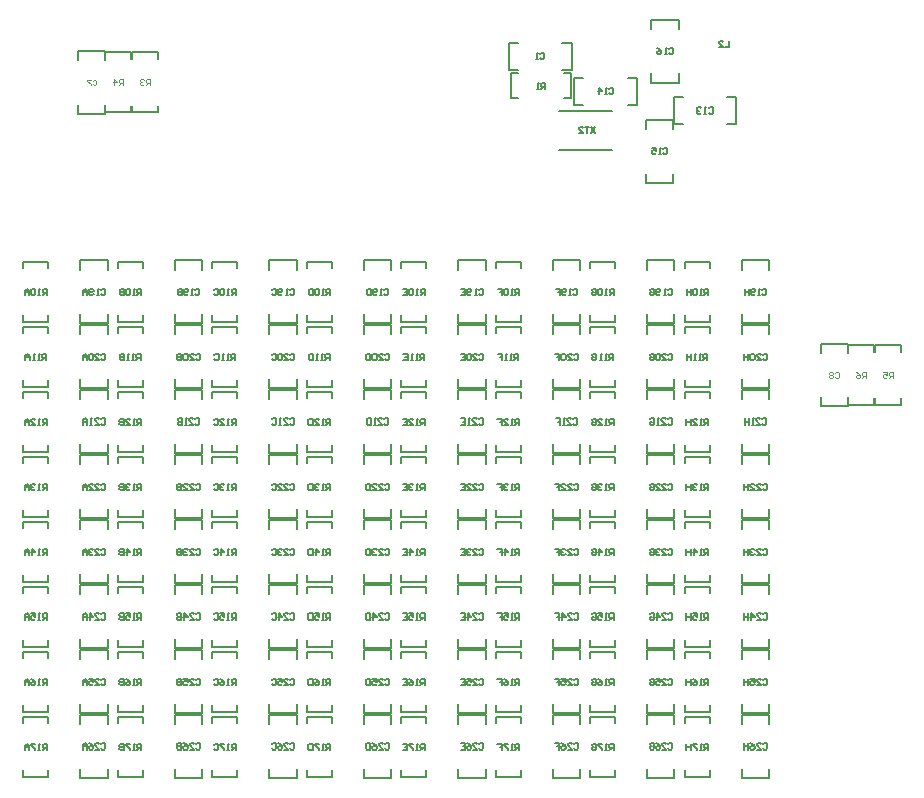
<source format=gbr>
%TF.GenerationSoftware,Altium Limited,Altium Designer,21.6.4 (81)*%
G04 Layer_Color=32896*
%FSLAX45Y45*%
%MOMM*%
%TF.SameCoordinates,70D3979D-B5F9-41FC-A6F4-C74AF17E61BC*%
%TF.FilePolarity,Positive*%
%TF.FileFunction,Legend,Bot*%
%TF.Part,Single*%
G01*
G75*
%TA.AperFunction,NonConductor*%
%ADD40C,0.20000*%
%ADD41C,0.10000*%
%ADD42C,0.15400*%
D40*
X7144760Y3329640D02*
Y3407160D01*
X6914760Y3329640D02*
Y3407160D01*
X7144760Y3782980D02*
Y3860500D01*
X7134760D02*
X7144760D01*
X7111510D02*
X7134760D01*
X6914760Y3782980D02*
Y3860500D01*
X6950510D01*
X7111510D01*
X6914760Y3329640D02*
X7144760D01*
X7362330Y3342050D02*
Y3397930D01*
X7148970Y3342050D02*
X7362330D01*
X7148970D02*
Y3397930D01*
Y3850050D02*
X7362330D01*
X7148970Y3794170D02*
Y3850050D01*
X7362330Y3794170D02*
Y3850050D01*
X7591350Y3342050D02*
Y3397930D01*
X7377990Y3342050D02*
X7591350D01*
X7377990D02*
Y3397930D01*
Y3850050D02*
X7591350D01*
X7377990Y3794170D02*
Y3850050D01*
X7591350Y3794170D02*
Y3850050D01*
X854450Y5807980D02*
Y5885500D01*
X624450Y5807980D02*
Y5885500D01*
X854450Y6261320D02*
Y6338840D01*
X844450D02*
X854450D01*
X821200D02*
X844450D01*
X624450Y6261320D02*
Y6338840D01*
X660200D01*
X821200D01*
X624450Y5807980D02*
X854450D01*
X1299630Y5820390D02*
Y5876270D01*
X1086270Y5820390D02*
X1299630D01*
X1086270D02*
Y5876270D01*
Y6328390D02*
X1299630D01*
X1086270Y6272510D02*
Y6328390D01*
X1299630Y6272510D02*
Y6328390D01*
X1070610Y5820390D02*
Y5876270D01*
X857250Y5820390D02*
X1070610D01*
X857250D02*
Y5876270D01*
Y6328390D02*
X1070610D01*
X857250Y6272510D02*
Y6328390D01*
X1070610Y6272510D02*
Y6328390D01*
X961940Y196270D02*
Y252150D01*
X1175300Y196270D02*
Y252150D01*
X961940Y196270D02*
X1175300D01*
Y648390D02*
Y704270D01*
X961940D02*
X1175300D01*
X961940Y648390D02*
Y704270D01*
Y1198390D02*
Y1254270D01*
X1175300D01*
Y1198390D02*
Y1254270D01*
X961940Y746270D02*
X1175300D01*
Y802150D01*
X961940Y746270D02*
Y802150D01*
Y1296270D02*
Y1352150D01*
X1175300Y1296270D02*
Y1352150D01*
X961940Y1296270D02*
X1175300D01*
Y1748390D02*
Y1804270D01*
X961940D02*
X1175300D01*
X961940Y1748390D02*
Y1804270D01*
Y2298390D02*
Y2354270D01*
X1175300D01*
Y2298390D02*
Y2354270D01*
X961940Y1846270D02*
X1175300D01*
Y1902150D01*
X961940Y1846270D02*
Y1902150D01*
Y2396270D02*
Y2452150D01*
X1175300Y2396270D02*
Y2452150D01*
X961940Y2396270D02*
X1175300D01*
Y2848390D02*
Y2904270D01*
X961940D02*
X1175300D01*
X961940Y2848390D02*
Y2904270D01*
Y3398390D02*
Y3454270D01*
X1175300D01*
Y3398390D02*
Y3454270D01*
X961940Y2946270D02*
X1175300D01*
Y3002150D01*
X961940Y2946270D02*
Y3002150D01*
Y3496270D02*
Y3552150D01*
X1175300Y3496270D02*
Y3552150D01*
X961940Y3496270D02*
X1175300D01*
Y3948390D02*
Y4004270D01*
X961940D02*
X1175300D01*
X961940Y3948390D02*
Y4004270D01*
Y4498390D02*
Y4554270D01*
X1175300D01*
Y4498390D02*
Y4554270D01*
X961940Y4046270D02*
X1175300D01*
Y4102150D01*
X961940Y4046270D02*
Y4102150D01*
X1446280Y716680D02*
X1676280D01*
X1479530Y185820D02*
X1640530D01*
X1676280D01*
Y263340D01*
X1456280Y185820D02*
X1479530D01*
X1446280D02*
X1456280D01*
X1446280D02*
Y263340D01*
X1676280Y639160D02*
Y716680D01*
X1446280Y639160D02*
Y716680D01*
Y1266680D02*
X1676280D01*
X1479530Y735820D02*
X1640530D01*
X1676280D01*
Y813340D01*
X1456280Y735820D02*
X1479530D01*
X1446280D02*
X1456280D01*
X1446280D02*
Y813340D01*
X1676280Y1189160D02*
Y1266680D01*
X1446280Y1189160D02*
Y1266680D01*
Y1816680D02*
X1676280D01*
X1479530Y1285820D02*
X1640530D01*
X1676280D01*
Y1363340D01*
X1456280Y1285820D02*
X1479530D01*
X1446280D02*
X1456280D01*
X1446280D02*
Y1363340D01*
X1676280Y1739160D02*
Y1816680D01*
X1446280Y1739160D02*
Y1816680D01*
Y2366680D02*
X1676280D01*
X1479530Y1835820D02*
X1640530D01*
X1676280D01*
Y1913340D01*
X1456280Y1835820D02*
X1479530D01*
X1446280D02*
X1456280D01*
X1446280D02*
Y1913340D01*
X1676280Y2289160D02*
Y2366680D01*
X1446280Y2289160D02*
Y2366680D01*
Y2916680D02*
X1676280D01*
X1479530Y2385820D02*
X1640530D01*
X1676280D01*
Y2463340D01*
X1456280Y2385820D02*
X1479530D01*
X1446280D02*
X1456280D01*
X1446280D02*
Y2463340D01*
X1676280Y2839160D02*
Y2916680D01*
X1446280Y2839160D02*
Y2916680D01*
Y3466680D02*
X1676280D01*
X1479530Y2935820D02*
X1640530D01*
X1676280D01*
Y3013340D01*
X1456280Y2935820D02*
X1479530D01*
X1446280D02*
X1456280D01*
X1446280D02*
Y3013340D01*
X1676280Y3389160D02*
Y3466680D01*
X1446280Y3389160D02*
Y3466680D01*
Y4016680D02*
X1676280D01*
X1479530Y3485820D02*
X1640530D01*
X1676280D01*
Y3563340D01*
X1456280Y3485820D02*
X1479530D01*
X1446280D02*
X1456280D01*
X1446280D02*
Y3563340D01*
X1676280Y3939160D02*
Y4016680D01*
X1446280Y3939160D02*
Y4016680D01*
Y4566680D02*
X1676280D01*
X1479530Y4035820D02*
X1640530D01*
X1676280D01*
Y4113340D01*
X1456280Y4035820D02*
X1479530D01*
X1446280D02*
X1456280D01*
X1446280D02*
Y4113340D01*
X1676280Y4489160D02*
Y4566680D01*
X1446280Y4489160D02*
Y4566680D01*
X1761940Y648390D02*
Y704270D01*
X1975300D01*
Y648390D02*
Y704270D01*
X1761940Y196270D02*
X1975300D01*
Y252150D01*
X1761940Y196270D02*
Y252150D01*
Y746270D02*
Y802150D01*
X1975300Y746270D02*
Y802150D01*
X1761940Y746270D02*
X1975300D01*
Y1198390D02*
Y1254270D01*
X1761940D02*
X1975300D01*
X1761940Y1198390D02*
Y1254270D01*
Y1748390D02*
Y1804270D01*
X1975300D01*
Y1748390D02*
Y1804270D01*
X1761940Y1296270D02*
X1975300D01*
Y1352150D01*
X1761940Y1296270D02*
Y1352150D01*
Y1846270D02*
Y1902150D01*
X1975300Y1846270D02*
Y1902150D01*
X1761940Y1846270D02*
X1975300D01*
Y2298390D02*
Y2354270D01*
X1761940D02*
X1975300D01*
X1761940Y2298390D02*
Y2354270D01*
Y2848390D02*
Y2904270D01*
X1975300D01*
Y2848390D02*
Y2904270D01*
X1761940Y2396270D02*
X1975300D01*
Y2452150D01*
X1761940Y2396270D02*
Y2452150D01*
Y2946270D02*
Y3002150D01*
X1975300Y2946270D02*
Y3002150D01*
X1761940Y2946270D02*
X1975300D01*
Y3398390D02*
Y3454270D01*
X1761940D02*
X1975300D01*
X1761940Y3398390D02*
Y3454270D01*
Y3948390D02*
Y4004270D01*
X1975300D01*
Y3948390D02*
Y4004270D01*
X1761940Y3496270D02*
X1975300D01*
Y3552150D01*
X1761940Y3496270D02*
Y3552150D01*
Y4046270D02*
Y4102150D01*
X1975300Y4046270D02*
Y4102150D01*
X1761940Y4046270D02*
X1975300D01*
Y4498390D02*
Y4554270D01*
X1761940D02*
X1975300D01*
X1761940Y4498390D02*
Y4554270D01*
X2246280Y639160D02*
Y716680D01*
X2476280Y639160D02*
Y716680D01*
X2246280Y185820D02*
Y263340D01*
Y185820D02*
X2256280D01*
X2279530D01*
X2476280D02*
Y263340D01*
X2440530Y185820D02*
X2476280D01*
X2279530D02*
X2440530D01*
X2246280Y716680D02*
X2476280D01*
X2246280Y1189160D02*
Y1266680D01*
X2476280Y1189160D02*
Y1266680D01*
X2246280Y735820D02*
Y813340D01*
Y735820D02*
X2256280D01*
X2279530D01*
X2476280D02*
Y813340D01*
X2440530Y735820D02*
X2476280D01*
X2279530D02*
X2440530D01*
X2246280Y1266680D02*
X2476280D01*
X2246280Y1739160D02*
Y1816680D01*
X2476280Y1739160D02*
Y1816680D01*
X2246280Y1285820D02*
Y1363340D01*
Y1285820D02*
X2256280D01*
X2279530D01*
X2476280D02*
Y1363340D01*
X2440530Y1285820D02*
X2476280D01*
X2279530D02*
X2440530D01*
X2246280Y1816680D02*
X2476280D01*
X2246280Y2289160D02*
Y2366680D01*
X2476280Y2289160D02*
Y2366680D01*
X2246280Y1835820D02*
Y1913340D01*
Y1835820D02*
X2256280D01*
X2279530D01*
X2476280D02*
Y1913340D01*
X2440530Y1835820D02*
X2476280D01*
X2279530D02*
X2440530D01*
X2246280Y2366680D02*
X2476280D01*
X2246280Y2839160D02*
Y2916680D01*
X2476280Y2839160D02*
Y2916680D01*
X2246280Y2385820D02*
Y2463340D01*
Y2385820D02*
X2256280D01*
X2279530D01*
X2476280D02*
Y2463340D01*
X2440530Y2385820D02*
X2476280D01*
X2279530D02*
X2440530D01*
X2246280Y2916680D02*
X2476280D01*
X2246280Y3389160D02*
Y3466680D01*
X2476280Y3389160D02*
Y3466680D01*
X2246280Y2935820D02*
Y3013340D01*
Y2935820D02*
X2256280D01*
X2279530D01*
X2476280D02*
Y3013340D01*
X2440530Y2935820D02*
X2476280D01*
X2279530D02*
X2440530D01*
X2246280Y3466680D02*
X2476280D01*
X2246280Y3939160D02*
Y4016680D01*
X2476280Y3939160D02*
Y4016680D01*
X2246280Y3485820D02*
Y3563340D01*
Y3485820D02*
X2256280D01*
X2279530D01*
X2476280D02*
Y3563340D01*
X2440530Y3485820D02*
X2476280D01*
X2279530D02*
X2440530D01*
X2246280Y4016680D02*
X2476280D01*
X2246280Y4489160D02*
Y4566680D01*
X2476280Y4489160D02*
Y4566680D01*
X2246280Y4035820D02*
Y4113340D01*
Y4035820D02*
X2256280D01*
X2279530D01*
X2476280D02*
Y4113340D01*
X2440530Y4035820D02*
X2476280D01*
X2279530D02*
X2440530D01*
X2246280Y4566680D02*
X2476280D01*
X4744150Y5939650D02*
X4800030D01*
X4744150Y6153010D02*
X4800030D01*
Y5939650D02*
Y6153010D01*
X4292030D02*
X4347910D01*
X4292030Y5939650D02*
Y6153010D01*
Y5939650D02*
X4347910D01*
X4727280Y6409310D02*
X4804800D01*
X4727280Y6179310D02*
X4804800D01*
X4273940Y6409310D02*
X4351460D01*
X4273940Y6399310D02*
Y6409310D01*
Y6376060D02*
Y6399310D01*
Y6179310D02*
X4351460D01*
X4273940D02*
Y6215060D01*
Y6376060D01*
X4804800Y6179310D02*
Y6409310D01*
X4697101Y5831220D02*
X5147101D01*
X4699601Y5503721D02*
X5147101D01*
X3846280Y4566680D02*
X4076280D01*
X3879530Y4035820D02*
X4040530D01*
X4076280D01*
Y4113340D01*
X3856280Y4035820D02*
X3879530D01*
X3846280D02*
X3856280D01*
X3846280D02*
Y4113340D01*
X4076280Y4489160D02*
Y4566680D01*
X3846280Y4489160D02*
Y4566680D01*
Y4016680D02*
X4076280D01*
X3879530Y3485820D02*
X4040530D01*
X4076280D01*
Y3563340D01*
X3856280Y3485820D02*
X3879530D01*
X3846280D02*
X3856280D01*
X3846280D02*
Y3563340D01*
X4076280Y3939160D02*
Y4016680D01*
X3846280Y3939160D02*
Y4016680D01*
Y3466680D02*
X4076280D01*
X3879530Y2935820D02*
X4040530D01*
X4076280D01*
Y3013340D01*
X3856280Y2935820D02*
X3879530D01*
X3846280D02*
X3856280D01*
X3846280D02*
Y3013340D01*
X4076280Y3389160D02*
Y3466680D01*
X3846280Y3389160D02*
Y3466680D01*
Y2916680D02*
X4076280D01*
X3879530Y2385820D02*
X4040530D01*
X4076280D01*
Y2463340D01*
X3856280Y2385820D02*
X3879530D01*
X3846280D02*
X3856280D01*
X3846280D02*
Y2463340D01*
X4076280Y2839160D02*
Y2916680D01*
X3846280Y2839160D02*
Y2916680D01*
Y2366680D02*
X4076280D01*
X3879530Y1835820D02*
X4040530D01*
X4076280D01*
Y1913340D01*
X3856280Y1835820D02*
X3879530D01*
X3846280D02*
X3856280D01*
X3846280D02*
Y1913340D01*
X4076280Y2289160D02*
Y2366680D01*
X3846280Y2289160D02*
Y2366680D01*
Y1816680D02*
X4076280D01*
X3879530Y1285820D02*
X4040530D01*
X4076280D01*
Y1363340D01*
X3856280Y1285820D02*
X3879530D01*
X3846280D02*
X3856280D01*
X3846280D02*
Y1363340D01*
X4076280Y1739160D02*
Y1816680D01*
X3846280Y1739160D02*
Y1816680D01*
Y1266680D02*
X4076280D01*
X3879530Y735820D02*
X4040530D01*
X4076280D01*
Y813340D01*
X3856280Y735820D02*
X3879530D01*
X3846280D02*
X3856280D01*
X3846280D02*
Y813340D01*
X4076280Y1189160D02*
Y1266680D01*
X3846280Y1189160D02*
Y1266680D01*
Y716680D02*
X4076280D01*
X3879530Y185820D02*
X4040530D01*
X4076280D01*
Y263340D01*
X3856280Y185820D02*
X3879530D01*
X3846280D02*
X3856280D01*
X3846280D02*
Y263340D01*
X4076280Y639160D02*
Y716680D01*
X3846280Y639160D02*
Y716680D01*
X3361940Y4498390D02*
Y4554270D01*
X3575300D01*
Y4498390D02*
Y4554270D01*
X3361940Y4046270D02*
X3575300D01*
Y4102150D01*
X3361940Y4046270D02*
Y4102150D01*
Y3496270D02*
Y3552150D01*
X3575300Y3496270D02*
Y3552150D01*
X3361940Y3496270D02*
X3575300D01*
Y3948390D02*
Y4004270D01*
X3361940D02*
X3575300D01*
X3361940Y3948390D02*
Y4004270D01*
Y3398390D02*
Y3454270D01*
X3575300D01*
Y3398390D02*
Y3454270D01*
X3361940Y2946270D02*
X3575300D01*
Y3002150D01*
X3361940Y2946270D02*
Y3002150D01*
Y2396270D02*
Y2452150D01*
X3575300Y2396270D02*
Y2452150D01*
X3361940Y2396270D02*
X3575300D01*
Y2848390D02*
Y2904270D01*
X3361940D02*
X3575300D01*
X3361940Y2848390D02*
Y2904270D01*
Y2298390D02*
Y2354270D01*
X3575300D01*
Y2298390D02*
Y2354270D01*
X3361940Y1846270D02*
X3575300D01*
Y1902150D01*
X3361940Y1846270D02*
Y1902150D01*
Y1296270D02*
Y1352150D01*
X3575300Y1296270D02*
Y1352150D01*
X3361940Y1296270D02*
X3575300D01*
Y1748390D02*
Y1804270D01*
X3361940D02*
X3575300D01*
X3361940Y1748390D02*
Y1804270D01*
Y1198390D02*
Y1254270D01*
X3575300D01*
Y1198390D02*
Y1254270D01*
X3361940Y746270D02*
X3575300D01*
Y802150D01*
X3361940Y746270D02*
Y802150D01*
Y196270D02*
Y252150D01*
X3575300Y196270D02*
Y252150D01*
X3361940Y196270D02*
X3575300D01*
Y648390D02*
Y704270D01*
X3361940D02*
X3575300D01*
X3361940Y648390D02*
Y704270D01*
X4646280Y4566680D02*
X4876280D01*
X4679530Y4035820D02*
X4840530D01*
X4876280D01*
Y4113340D01*
X4656280Y4035820D02*
X4679530D01*
X4646280D02*
X4656280D01*
X4646280D02*
Y4113340D01*
X4876280Y4489160D02*
Y4566680D01*
X4646280Y4489160D02*
Y4566680D01*
Y4016680D02*
X4876280D01*
X4679530Y3485820D02*
X4840530D01*
X4876280D01*
Y3563340D01*
X4656280Y3485820D02*
X4679530D01*
X4646280D02*
X4656280D01*
X4646280D02*
Y3563340D01*
X4876280Y3939160D02*
Y4016680D01*
X4646280Y3939160D02*
Y4016680D01*
Y3466680D02*
X4876280D01*
X4679530Y2935820D02*
X4840530D01*
X4876280D01*
Y3013340D01*
X4656280Y2935820D02*
X4679530D01*
X4646280D02*
X4656280D01*
X4646280D02*
Y3013340D01*
X4876280Y3389160D02*
Y3466680D01*
X4646280Y3389160D02*
Y3466680D01*
Y2916680D02*
X4876280D01*
X4679530Y2385820D02*
X4840530D01*
X4876280D01*
Y2463340D01*
X4656280Y2385820D02*
X4679530D01*
X4646280D02*
X4656280D01*
X4646280D02*
Y2463340D01*
X4876280Y2839160D02*
Y2916680D01*
X4646280Y2839160D02*
Y2916680D01*
Y2366680D02*
X4876280D01*
X4679530Y1835820D02*
X4840530D01*
X4876280D01*
Y1913340D01*
X4656280Y1835820D02*
X4679530D01*
X4646280D02*
X4656280D01*
X4646280D02*
Y1913340D01*
X4876280Y2289160D02*
Y2366680D01*
X4646280Y2289160D02*
Y2366680D01*
Y1816680D02*
X4876280D01*
X4679530Y1285820D02*
X4840530D01*
X4876280D01*
Y1363340D01*
X4656280Y1285820D02*
X4679530D01*
X4646280D02*
X4656280D01*
X4646280D02*
Y1363340D01*
X4876280Y1739160D02*
Y1816680D01*
X4646280Y1739160D02*
Y1816680D01*
Y1266680D02*
X4876280D01*
X4679530Y735820D02*
X4840530D01*
X4876280D01*
Y813340D01*
X4656280Y735820D02*
X4679530D01*
X4646280D02*
X4656280D01*
X4646280D02*
Y813340D01*
X4876280Y1189160D02*
Y1266680D01*
X4646280Y1189160D02*
Y1266680D01*
Y716680D02*
X4876280D01*
X4679530Y185820D02*
X4840530D01*
X4876280D01*
Y263340D01*
X4656280Y185820D02*
X4679530D01*
X4646280D02*
X4656280D01*
X4646280D02*
Y263340D01*
X4876280Y639160D02*
Y716680D01*
X4646280Y639160D02*
Y716680D01*
X4161940Y4046270D02*
Y4102150D01*
X4375300Y4046270D02*
Y4102150D01*
X4161940Y4046270D02*
X4375300D01*
Y4498390D02*
Y4554270D01*
X4161940D02*
X4375300D01*
X4161940Y4498390D02*
Y4554270D01*
Y3948390D02*
Y4004270D01*
X4375300D01*
Y3948390D02*
Y4004270D01*
X4161940Y3496270D02*
X4375300D01*
Y3552150D01*
X4161940Y3496270D02*
Y3552150D01*
Y2946270D02*
Y3002150D01*
X4375300Y2946270D02*
Y3002150D01*
X4161940Y2946270D02*
X4375300D01*
Y3398390D02*
Y3454270D01*
X4161940D02*
X4375300D01*
X4161940Y3398390D02*
Y3454270D01*
Y2848390D02*
Y2904270D01*
X4375300D01*
Y2848390D02*
Y2904270D01*
X4161940Y2396270D02*
X4375300D01*
Y2452150D01*
X4161940Y2396270D02*
Y2452150D01*
Y1846270D02*
Y1902150D01*
X4375300Y1846270D02*
Y1902150D01*
X4161940Y1846270D02*
X4375300D01*
Y2298390D02*
Y2354270D01*
X4161940D02*
X4375300D01*
X4161940Y2298390D02*
Y2354270D01*
Y1748390D02*
Y1804270D01*
X4375300D01*
Y1748390D02*
Y1804270D01*
X4161940Y1296270D02*
X4375300D01*
Y1352150D01*
X4161940Y1296270D02*
Y1352150D01*
Y746270D02*
Y802150D01*
X4375300Y746270D02*
Y802150D01*
X4161940Y746270D02*
X4375300D01*
Y1198390D02*
Y1254270D01*
X4161940D02*
X4375300D01*
X4161940Y1198390D02*
Y1254270D01*
Y648390D02*
Y704270D01*
X4375300D01*
Y648390D02*
Y704270D01*
X4161940Y196270D02*
X4375300D01*
Y252150D01*
X4161940Y196270D02*
Y252150D01*
X3046280Y4566680D02*
X3276280D01*
X3079530Y4035820D02*
X3240530D01*
X3276280D01*
Y4113340D01*
X3056280Y4035820D02*
X3079530D01*
X3046280D02*
X3056280D01*
X3046280D02*
Y4113340D01*
X3276280Y4489160D02*
Y4566680D01*
X3046280Y4489160D02*
Y4566680D01*
Y4016680D02*
X3276280D01*
X3079530Y3485820D02*
X3240530D01*
X3276280D01*
Y3563340D01*
X3056280Y3485820D02*
X3079530D01*
X3046280D02*
X3056280D01*
X3046280D02*
Y3563340D01*
X3276280Y3939160D02*
Y4016680D01*
X3046280Y3939160D02*
Y4016680D01*
Y3466680D02*
X3276280D01*
X3079530Y2935820D02*
X3240530D01*
X3276280D01*
Y3013340D01*
X3056280Y2935820D02*
X3079530D01*
X3046280D02*
X3056280D01*
X3046280D02*
Y3013340D01*
X3276280Y3389160D02*
Y3466680D01*
X3046280Y3389160D02*
Y3466680D01*
Y2916680D02*
X3276280D01*
X3079530Y2385820D02*
X3240530D01*
X3276280D01*
Y2463340D01*
X3056280Y2385820D02*
X3079530D01*
X3046280D02*
X3056280D01*
X3046280D02*
Y2463340D01*
X3276280Y2839160D02*
Y2916680D01*
X3046280Y2839160D02*
Y2916680D01*
Y2366680D02*
X3276280D01*
X3079530Y1835820D02*
X3240530D01*
X3276280D01*
Y1913340D01*
X3056280Y1835820D02*
X3079530D01*
X3046280D02*
X3056280D01*
X3046280D02*
Y1913340D01*
X3276280Y2289160D02*
Y2366680D01*
X3046280Y2289160D02*
Y2366680D01*
Y1816680D02*
X3276280D01*
X3079530Y1285820D02*
X3240530D01*
X3276280D01*
Y1363340D01*
X3056280Y1285820D02*
X3079530D01*
X3046280D02*
X3056280D01*
X3046280D02*
Y1363340D01*
X3276280Y1739160D02*
Y1816680D01*
X3046280Y1739160D02*
Y1816680D01*
Y1266680D02*
X3276280D01*
X3079530Y735820D02*
X3240530D01*
X3276280D01*
Y813340D01*
X3056280Y735820D02*
X3079530D01*
X3046280D02*
X3056280D01*
X3046280D02*
Y813340D01*
X3276280Y1189160D02*
Y1266680D01*
X3046280Y1189160D02*
Y1266680D01*
Y716680D02*
X3276280D01*
X3079530Y185820D02*
X3240530D01*
X3276280D01*
Y263340D01*
X3056280Y185820D02*
X3079530D01*
X3046280D02*
X3056280D01*
X3046280D02*
Y263340D01*
X3276280Y639160D02*
Y716680D01*
X3046280Y639160D02*
Y716680D01*
X2561940Y4046270D02*
Y4102150D01*
X2775300Y4046270D02*
Y4102150D01*
X2561940Y4046270D02*
X2775300D01*
Y4498390D02*
Y4554270D01*
X2561940D02*
X2775300D01*
X2561940Y4498390D02*
Y4554270D01*
Y3948390D02*
Y4004270D01*
X2775300D01*
Y3948390D02*
Y4004270D01*
X2561940Y3496270D02*
X2775300D01*
Y3552150D01*
X2561940Y3496270D02*
Y3552150D01*
Y2946270D02*
Y3002150D01*
X2775300Y2946270D02*
Y3002150D01*
X2561940Y2946270D02*
X2775300D01*
Y3398390D02*
Y3454270D01*
X2561940D02*
X2775300D01*
X2561940Y3398390D02*
Y3454270D01*
Y2848390D02*
Y2904270D01*
X2775300D01*
Y2848390D02*
Y2904270D01*
X2561940Y2396270D02*
X2775300D01*
Y2452150D01*
X2561940Y2396270D02*
Y2452150D01*
Y1846270D02*
Y1902150D01*
X2775300Y1846270D02*
Y1902150D01*
X2561940Y1846270D02*
X2775300D01*
Y2298390D02*
Y2354270D01*
X2561940D02*
X2775300D01*
X2561940Y2298390D02*
Y2354270D01*
Y1748390D02*
Y1804270D01*
X2775300D01*
Y1748390D02*
Y1804270D01*
X2561940Y1296270D02*
X2775300D01*
Y1352150D01*
X2561940Y1296270D02*
Y1352150D01*
Y746270D02*
Y802150D01*
X2775300Y746270D02*
Y802150D01*
X2561940Y746270D02*
X2775300D01*
Y1198390D02*
Y1254270D01*
X2561940D02*
X2775300D01*
X2561940Y1198390D02*
Y1254270D01*
Y648390D02*
Y704270D01*
X2775300D01*
Y648390D02*
Y704270D01*
X2561940Y196270D02*
X2775300D01*
Y252150D01*
X2561940Y196270D02*
Y252150D01*
X5446280Y4566680D02*
X5676280D01*
X5479530Y4035820D02*
X5640530D01*
X5676280D01*
Y4113340D01*
X5456280Y4035820D02*
X5479530D01*
X5446280D02*
X5456280D01*
X5446280D02*
Y4113340D01*
X5676280Y4489160D02*
Y4566680D01*
X5446280Y4489160D02*
Y4566680D01*
Y4016680D02*
X5676280D01*
X5479530Y3485820D02*
X5640530D01*
X5676280D01*
Y3563340D01*
X5456280Y3485820D02*
X5479530D01*
X5446280D02*
X5456280D01*
X5446280D02*
Y3563340D01*
X5676280Y3939160D02*
Y4016680D01*
X5446280Y3939160D02*
Y4016680D01*
Y3466680D02*
X5676280D01*
X5479530Y2935820D02*
X5640530D01*
X5676280D01*
Y3013340D01*
X5456280Y2935820D02*
X5479530D01*
X5446280D02*
X5456280D01*
X5446280D02*
Y3013340D01*
X5676280Y3389160D02*
Y3466680D01*
X5446280Y3389160D02*
Y3466680D01*
Y2916680D02*
X5676280D01*
X5479530Y2385820D02*
X5640530D01*
X5676280D01*
Y2463340D01*
X5456280Y2385820D02*
X5479530D01*
X5446280D02*
X5456280D01*
X5446280D02*
Y2463340D01*
X5676280Y2839160D02*
Y2916680D01*
X5446280Y2839160D02*
Y2916680D01*
Y2366680D02*
X5676280D01*
X5479530Y1835820D02*
X5640530D01*
X5676280D01*
Y1913340D01*
X5456280Y1835820D02*
X5479530D01*
X5446280D02*
X5456280D01*
X5446280D02*
Y1913340D01*
X5676280Y2289160D02*
Y2366680D01*
X5446280Y2289160D02*
Y2366680D01*
Y1816680D02*
X5676280D01*
X5479530Y1285820D02*
X5640530D01*
X5676280D01*
Y1363340D01*
X5456280Y1285820D02*
X5479530D01*
X5446280D02*
X5456280D01*
X5446280D02*
Y1363340D01*
X5676280Y1739160D02*
Y1816680D01*
X5446280Y1739160D02*
Y1816680D01*
Y1266680D02*
X5676280D01*
X5479530Y735820D02*
X5640530D01*
X5676280D01*
Y813340D01*
X5456280Y735820D02*
X5479530D01*
X5446280D02*
X5456280D01*
X5446280D02*
Y813340D01*
X5676280Y1189160D02*
Y1266680D01*
X5446280Y1189160D02*
Y1266680D01*
Y716680D02*
X5676280D01*
X5479530Y185820D02*
X5640530D01*
X5676280D01*
Y263340D01*
X5456280Y185820D02*
X5479530D01*
X5446280D02*
X5456280D01*
X5446280D02*
Y263340D01*
X5676280Y639160D02*
Y716680D01*
X5446280Y639160D02*
Y716680D01*
X4961940Y4498390D02*
Y4554270D01*
X5175300D01*
Y4498390D02*
Y4554270D01*
X4961940Y4046270D02*
X5175300D01*
Y4102150D01*
X4961940Y4046270D02*
Y4102150D01*
Y3496270D02*
Y3552150D01*
X5175300Y3496270D02*
Y3552150D01*
X4961940Y3496270D02*
X5175300D01*
Y3948390D02*
Y4004270D01*
X4961940D02*
X5175300D01*
X4961940Y3948390D02*
Y4004270D01*
Y3398390D02*
Y3454270D01*
X5175300D01*
Y3398390D02*
Y3454270D01*
X4961940Y2946270D02*
X5175300D01*
Y3002150D01*
X4961940Y2946270D02*
Y3002150D01*
Y2396270D02*
Y2452150D01*
X5175300Y2396270D02*
Y2452150D01*
X4961940Y2396270D02*
X5175300D01*
Y2848390D02*
Y2904270D01*
X4961940D02*
X5175300D01*
X4961940Y2848390D02*
Y2904270D01*
Y2298390D02*
Y2354270D01*
X5175300D01*
Y2298390D02*
Y2354270D01*
X4961940Y1846270D02*
X5175300D01*
Y1902150D01*
X4961940Y1846270D02*
Y1902150D01*
Y1296270D02*
Y1352150D01*
X5175300Y1296270D02*
Y1352150D01*
X4961940Y1296270D02*
X5175300D01*
Y1748390D02*
Y1804270D01*
X4961940D02*
X5175300D01*
X4961940Y1748390D02*
Y1804270D01*
Y1198390D02*
Y1254270D01*
X5175300D01*
Y1198390D02*
Y1254270D01*
X4961940Y746270D02*
X5175300D01*
Y802150D01*
X4961940Y746270D02*
Y802150D01*
Y196270D02*
Y252150D01*
X5175300Y196270D02*
Y252150D01*
X4961940Y196270D02*
X5175300D01*
Y648390D02*
Y704270D01*
X4961940D02*
X5175300D01*
X4961940Y648390D02*
Y704270D01*
X6246280Y4566680D02*
X6476280D01*
X6279530Y4035820D02*
X6440530D01*
X6476280D01*
Y4113340D01*
X6256280Y4035820D02*
X6279530D01*
X6246280D02*
X6256280D01*
X6246280D02*
Y4113340D01*
X6476280Y4489160D02*
Y4566680D01*
X6246280Y4489160D02*
Y4566680D01*
Y4016680D02*
X6476280D01*
X6279530Y3485820D02*
X6440530D01*
X6476280D01*
Y3563340D01*
X6256280Y3485820D02*
X6279530D01*
X6246280D02*
X6256280D01*
X6246280D02*
Y3563340D01*
X6476280Y3939160D02*
Y4016680D01*
X6246280Y3939160D02*
Y4016680D01*
Y3466680D02*
X6476280D01*
X6279530Y2935820D02*
X6440530D01*
X6476280D01*
Y3013340D01*
X6256280Y2935820D02*
X6279530D01*
X6246280D02*
X6256280D01*
X6246280D02*
Y3013340D01*
X6476280Y3389160D02*
Y3466680D01*
X6246280Y3389160D02*
Y3466680D01*
Y2916680D02*
X6476280D01*
X6279530Y2385820D02*
X6440530D01*
X6476280D01*
Y2463340D01*
X6256280Y2385820D02*
X6279530D01*
X6246280D02*
X6256280D01*
X6246280D02*
Y2463340D01*
X6476280Y2839160D02*
Y2916680D01*
X6246280Y2839160D02*
Y2916680D01*
Y2366680D02*
X6476280D01*
X6279530Y1835820D02*
X6440530D01*
X6476280D01*
Y1913340D01*
X6256280Y1835820D02*
X6279530D01*
X6246280D02*
X6256280D01*
X6246280D02*
Y1913340D01*
X6476280Y2289160D02*
Y2366680D01*
X6246280Y2289160D02*
Y2366680D01*
Y1816680D02*
X6476280D01*
X6279530Y1285820D02*
X6440530D01*
X6476280D01*
Y1363340D01*
X6256280Y1285820D02*
X6279530D01*
X6246280D02*
X6256280D01*
X6246280D02*
Y1363340D01*
X6476280Y1739160D02*
Y1816680D01*
X6246280Y1739160D02*
Y1816680D01*
Y1266680D02*
X6476280D01*
X6279530Y735820D02*
X6440530D01*
X6476280D01*
Y813340D01*
X6256280Y735820D02*
X6279530D01*
X6246280D02*
X6256280D01*
X6246280D02*
Y813340D01*
X6476280Y1189160D02*
Y1266680D01*
X6246280Y1189160D02*
Y1266680D01*
Y716680D02*
X6476280D01*
X6279530Y185820D02*
X6440530D01*
X6476280D01*
Y263340D01*
X6256280Y185820D02*
X6279530D01*
X6246280D02*
X6256280D01*
X6246280D02*
Y263340D01*
X6476280Y639160D02*
Y716680D01*
X6246280Y639160D02*
Y716680D01*
X5761940Y4046270D02*
Y4102150D01*
X5975300Y4046270D02*
Y4102150D01*
X5761940Y4046270D02*
X5975300D01*
Y4498390D02*
Y4554270D01*
X5761940D02*
X5975300D01*
X5761940Y4498390D02*
Y4554270D01*
Y3948390D02*
Y4004270D01*
X5975300D01*
Y3948390D02*
Y4004270D01*
X5761940Y3496270D02*
X5975300D01*
Y3552150D01*
X5761940Y3496270D02*
Y3552150D01*
Y2946270D02*
Y3002150D01*
X5975300Y2946270D02*
Y3002150D01*
X5761940Y2946270D02*
X5975300D01*
Y3398390D02*
Y3454270D01*
X5761940D02*
X5975300D01*
X5761940Y3398390D02*
Y3454270D01*
Y2848390D02*
Y2904270D01*
X5975300D01*
Y2848390D02*
Y2904270D01*
X5761940Y2396270D02*
X5975300D01*
Y2452150D01*
X5761940Y2396270D02*
Y2452150D01*
Y1846270D02*
Y1902150D01*
X5975300Y1846270D02*
Y1902150D01*
X5761940Y1846270D02*
X5975300D01*
Y2298390D02*
Y2354270D01*
X5761940D02*
X5975300D01*
X5761940Y2298390D02*
Y2354270D01*
Y1748390D02*
Y1804270D01*
X5975300D01*
Y1748390D02*
Y1804270D01*
X5761940Y1296270D02*
X5975300D01*
Y1352150D01*
X5761940Y1296270D02*
Y1352150D01*
Y746270D02*
Y802150D01*
X5975300Y746270D02*
Y802150D01*
X5761940Y746270D02*
X5975300D01*
Y1198390D02*
Y1254270D01*
X5761940D02*
X5975300D01*
X5761940Y1198390D02*
Y1254270D01*
Y648390D02*
Y704270D01*
X5975300D01*
Y648390D02*
Y704270D01*
X5761940Y196270D02*
X5975300D01*
Y252150D01*
X5761940Y196270D02*
Y252150D01*
X161940Y3948390D02*
Y4004270D01*
X375300D01*
Y3948390D02*
Y4004270D01*
X161940Y3496270D02*
X375300D01*
Y3552150D01*
X161940Y3496270D02*
Y3552150D01*
Y2946270D02*
Y3002150D01*
X375300Y2946270D02*
Y3002150D01*
X161940Y2946270D02*
X375300D01*
Y3398390D02*
Y3454270D01*
X161940D02*
X375300D01*
X161940Y3398390D02*
Y3454270D01*
Y2848390D02*
Y2904270D01*
X375300D01*
Y2848390D02*
Y2904270D01*
X161940Y2396270D02*
X375300D01*
Y2452150D01*
X161940Y2396270D02*
Y2452150D01*
Y1846270D02*
Y1902150D01*
X375300Y1846270D02*
Y1902150D01*
X161940Y1846270D02*
X375300D01*
Y2298390D02*
Y2354270D01*
X161940D02*
X375300D01*
X161940Y2298390D02*
Y2354270D01*
Y1748390D02*
Y1804270D01*
X375300D01*
Y1748390D02*
Y1804270D01*
X161940Y1296270D02*
X375300D01*
Y1352150D01*
X161940Y1296270D02*
Y1352150D01*
Y746270D02*
Y802150D01*
X375300Y746270D02*
Y802150D01*
X161940Y746270D02*
X375300D01*
Y1198390D02*
Y1254270D01*
X161940D02*
X375300D01*
X161940Y1198390D02*
Y1254270D01*
Y648390D02*
Y704270D01*
X375300D01*
Y648390D02*
Y704270D01*
X161940Y196270D02*
X375300D01*
Y252150D01*
X161940Y196270D02*
Y252150D01*
Y4046270D02*
Y4102150D01*
X375300Y4046270D02*
Y4102150D01*
X161940Y4046270D02*
X375300D01*
Y4498390D02*
Y4554270D01*
X161940D02*
X375300D01*
X161940Y4498390D02*
Y4554270D01*
X6122013Y5949199D02*
X6199533D01*
X6122013Y5719199D02*
X6199533D01*
X5668673Y5949199D02*
X5746193D01*
X5668673Y5939199D02*
Y5949199D01*
Y5915949D02*
Y5939199D01*
Y5719199D02*
X5746193D01*
X5668673D02*
Y5754949D01*
Y5915949D01*
X6199533Y5719199D02*
Y5949199D01*
X646280Y639160D02*
Y716680D01*
X876280Y639160D02*
Y716680D01*
X646280Y185820D02*
Y263340D01*
Y185820D02*
X656280D01*
X679530D01*
X876280D02*
Y263340D01*
X840530Y185820D02*
X876280D01*
X679530D02*
X840530D01*
X646280Y716680D02*
X876280D01*
X646280Y1189160D02*
Y1266680D01*
X876280Y1189160D02*
Y1266680D01*
X646280Y735820D02*
Y813340D01*
Y735820D02*
X656280D01*
X679530D01*
X876280D02*
Y813340D01*
X840530Y735820D02*
X876280D01*
X679530D02*
X840530D01*
X646280Y1266680D02*
X876280D01*
X646280Y1739160D02*
Y1816680D01*
X876280Y1739160D02*
Y1816680D01*
X646280Y1285820D02*
Y1363340D01*
Y1285820D02*
X656280D01*
X679530D01*
X876280D02*
Y1363340D01*
X840530Y1285820D02*
X876280D01*
X679530D02*
X840530D01*
X646280Y1816680D02*
X876280D01*
X646280Y2289160D02*
Y2366680D01*
X876280Y2289160D02*
Y2366680D01*
X646280Y1835820D02*
Y1913340D01*
Y1835820D02*
X656280D01*
X679530D01*
X876280D02*
Y1913340D01*
X840530Y1835820D02*
X876280D01*
X679530D02*
X840530D01*
X646280Y2366680D02*
X876280D01*
X646280Y2839160D02*
Y2916680D01*
X876280Y2839160D02*
Y2916680D01*
X646280Y2385820D02*
Y2463340D01*
Y2385820D02*
X656280D01*
X679530D01*
X876280D02*
Y2463340D01*
X840530Y2385820D02*
X876280D01*
X679530D02*
X840530D01*
X646280Y2916680D02*
X876280D01*
X646280Y3389160D02*
Y3466680D01*
X876280Y3389160D02*
Y3466680D01*
X646280Y2935820D02*
Y3013340D01*
Y2935820D02*
X656280D01*
X679530D01*
X876280D02*
Y3013340D01*
X840530Y2935820D02*
X876280D01*
X679530D02*
X840530D01*
X646280Y3466680D02*
X876280D01*
X646280Y3939160D02*
Y4016680D01*
X876280Y3939160D02*
Y4016680D01*
X646280Y3485820D02*
Y3563340D01*
Y3485820D02*
X656280D01*
X679530D01*
X876280D02*
Y3563340D01*
X840530Y3485820D02*
X876280D01*
X679530D02*
X840530D01*
X646280Y4016680D02*
X876280D01*
X646280Y4489160D02*
Y4566680D01*
X876280Y4489160D02*
Y4566680D01*
X646280Y4035820D02*
Y4113340D01*
Y4035820D02*
X656280D01*
X679530D01*
X876280D02*
Y4113340D01*
X840530Y4035820D02*
X876280D01*
X679530D02*
X840530D01*
X646280Y4566680D02*
X876280D01*
X4827773Y5883899D02*
Y6113899D01*
X5358633Y5917149D02*
Y6078149D01*
Y6113899D01*
X5281113D02*
X5358633D01*
Y5893899D02*
Y5917149D01*
Y5883899D02*
Y5893899D01*
X5281113Y5883899D02*
X5358633D01*
X4827773Y6113899D02*
X4905293D01*
X4827773Y5883899D02*
X4905293D01*
X5433650Y5224500D02*
X5663650D01*
X5469400Y5755360D02*
X5630400D01*
X5433650D02*
X5469400D01*
X5433650Y5677840D02*
Y5755360D01*
X5630400D02*
X5653650D01*
X5663650D01*
Y5677840D02*
Y5755360D01*
X5433650Y5224500D02*
Y5302020D01*
X5663650Y5224500D02*
Y5302020D01*
X5481003Y6602429D02*
X5711003D01*
X5514253Y6071569D02*
X5675253D01*
X5711003D01*
Y6149089D01*
X5491003Y6071569D02*
X5514253D01*
X5481003D02*
X5491003D01*
X5481003D02*
Y6149089D01*
X5711003Y6524909D02*
Y6602429D01*
X5481003Y6524909D02*
Y6602429D01*
D41*
X7297420Y3571240D02*
Y3621224D01*
X7272428D01*
X7264097Y3612893D01*
Y3596232D01*
X7272428Y3587901D01*
X7297420D01*
X7280759D02*
X7264097Y3571240D01*
X7214114Y3621224D02*
X7230775Y3612893D01*
X7247436Y3596232D01*
Y3579571D01*
X7239106Y3571240D01*
X7222445D01*
X7214114Y3579571D01*
Y3587901D01*
X7222445Y3596232D01*
X7247436D01*
X7526020Y3571240D02*
Y3621224D01*
X7501028D01*
X7492697Y3612893D01*
Y3596232D01*
X7501028Y3587901D01*
X7526020D01*
X7509359D02*
X7492697Y3571240D01*
X7442714Y3621224D02*
X7476036D01*
Y3596232D01*
X7459375Y3604563D01*
X7451045D01*
X7442714Y3596232D01*
Y3579571D01*
X7451045Y3571240D01*
X7467706D01*
X7476036Y3579571D01*
X7038037Y3612893D02*
X7046368Y3621224D01*
X7063029D01*
X7071360Y3612893D01*
Y3579571D01*
X7063029Y3571240D01*
X7046368D01*
X7038037Y3579571D01*
X7021376Y3612893D02*
X7013046Y3621224D01*
X6996385D01*
X6988054Y3612893D01*
Y3604563D01*
X6996385Y3596232D01*
X6988054Y3587901D01*
Y3579571D01*
X6996385Y3571240D01*
X7013046D01*
X7021376Y3579571D01*
Y3587901D01*
X7013046Y3596232D01*
X7021376Y3604563D01*
Y3612893D01*
X7013046Y3596232D02*
X6996385D01*
X1005840Y6050280D02*
Y6100264D01*
X980848D01*
X972517Y6091933D01*
Y6075272D01*
X980848Y6066941D01*
X1005840D01*
X989179D02*
X972517Y6050280D01*
X930865D02*
Y6100264D01*
X955856Y6075272D01*
X922534D01*
X1234440Y6050280D02*
Y6100264D01*
X1209448D01*
X1201117Y6091933D01*
Y6075272D01*
X1209448Y6066941D01*
X1234440D01*
X1217779D02*
X1201117Y6050280D01*
X1184456Y6091933D02*
X1176126Y6100264D01*
X1159465D01*
X1151134Y6091933D01*
Y6083603D01*
X1159465Y6075272D01*
X1167795D01*
X1159465D01*
X1151134Y6066941D01*
Y6058611D01*
X1159465Y6050280D01*
X1176126D01*
X1184456Y6058611D01*
X748997Y6089393D02*
X757328Y6097724D01*
X773989D01*
X782320Y6089393D01*
Y6056071D01*
X773989Y6047740D01*
X757328D01*
X748997Y6056071D01*
X732336Y6097724D02*
X699014D01*
Y6089393D01*
X732336Y6056071D01*
Y6047740D01*
D42*
X360680Y4274820D02*
Y4327203D01*
X334489D01*
X325758Y4318472D01*
Y4301011D01*
X334489Y4292281D01*
X360680D01*
X343219D02*
X325758Y4274820D01*
X308297D02*
X290836D01*
X299567D01*
Y4327203D01*
X308297Y4318472D01*
X264645D02*
X255914Y4327203D01*
X238453D01*
X229723Y4318472D01*
Y4283550D01*
X238453Y4274820D01*
X255914D01*
X264645Y4283550D01*
Y4318472D01*
X212262Y4274820D02*
Y4309742D01*
X194801Y4327203D01*
X177340Y4309742D01*
Y4274820D01*
Y4301011D01*
X212262D01*
X360680Y422910D02*
Y475293D01*
X334489D01*
X325758Y466562D01*
Y449101D01*
X334489Y440371D01*
X360680D01*
X343219D02*
X325758Y422910D01*
X308297D02*
X290836D01*
X299567D01*
Y475293D01*
X308297Y466562D01*
X264645Y475293D02*
X229723D01*
Y466562D01*
X264645Y431640D01*
Y422910D01*
X212262D02*
Y457832D01*
X194801Y475293D01*
X177340Y457832D01*
Y422910D01*
Y449101D01*
X212262D01*
X360680Y974090D02*
Y1026473D01*
X334489D01*
X325758Y1017742D01*
Y1000281D01*
X334489Y991551D01*
X360680D01*
X343219D02*
X325758Y974090D01*
X308297D02*
X290836D01*
X299567D01*
Y1026473D01*
X308297Y1017742D01*
X229723Y1026473D02*
X247184Y1017742D01*
X264645Y1000281D01*
Y982820D01*
X255914Y974090D01*
X238453D01*
X229723Y982820D01*
Y991551D01*
X238453Y1000281D01*
X264645D01*
X212262Y974090D02*
Y1009012D01*
X194801Y1026473D01*
X177340Y1009012D01*
Y974090D01*
Y1000281D01*
X212262D01*
X360680Y1525270D02*
Y1577653D01*
X334489D01*
X325758Y1568922D01*
Y1551461D01*
X334489Y1542731D01*
X360680D01*
X343219D02*
X325758Y1525270D01*
X308297D02*
X290836D01*
X299567D01*
Y1577653D01*
X308297Y1568922D01*
X229723Y1577653D02*
X264645D01*
Y1551461D01*
X247184Y1560192D01*
X238453D01*
X229723Y1551461D01*
Y1534000D01*
X238453Y1525270D01*
X255914D01*
X264645Y1534000D01*
X212262Y1525270D02*
Y1560192D01*
X194801Y1577653D01*
X177340Y1560192D01*
Y1525270D01*
Y1551461D01*
X212262D01*
X360680Y2073910D02*
Y2126293D01*
X334489D01*
X325758Y2117562D01*
Y2100101D01*
X334489Y2091371D01*
X360680D01*
X343219D02*
X325758Y2073910D01*
X308297D02*
X290836D01*
X299567D01*
Y2126293D01*
X308297Y2117562D01*
X238453Y2073910D02*
Y2126293D01*
X264645Y2100101D01*
X229723D01*
X212262Y2073910D02*
Y2108832D01*
X194801Y2126293D01*
X177340Y2108832D01*
Y2073910D01*
Y2100101D01*
X212262D01*
X5960680Y422910D02*
Y475293D01*
X5934489D01*
X5925758Y466562D01*
Y449101D01*
X5934489Y440371D01*
X5960680D01*
X5943219D02*
X5925758Y422910D01*
X5908297D02*
X5890836D01*
X5899567D01*
Y475293D01*
X5908297Y466562D01*
X5864645Y475293D02*
X5829723D01*
Y466562D01*
X5864645Y431640D01*
Y422910D01*
X5812262Y475293D02*
Y422910D01*
Y449101D01*
X5777340D01*
Y475293D01*
Y422910D01*
X5160680D02*
Y475293D01*
X5134489D01*
X5125758Y466562D01*
Y449101D01*
X5134489Y440371D01*
X5160680D01*
X5143219D02*
X5125758Y422910D01*
X5108297D02*
X5090836D01*
X5099567D01*
Y475293D01*
X5108297Y466562D01*
X5064645Y475293D02*
X5029723D01*
Y466562D01*
X5064645Y431640D01*
Y422910D01*
X4977340Y466562D02*
X4986070Y475293D01*
X5003531D01*
X5012262Y466562D01*
Y431640D01*
X5003531Y422910D01*
X4986070D01*
X4977340Y431640D01*
Y449101D01*
X4994801D01*
X4360680Y422910D02*
Y475293D01*
X4334489D01*
X4325758Y466562D01*
Y449101D01*
X4334489Y440371D01*
X4360680D01*
X4343219D02*
X4325758Y422910D01*
X4308297D02*
X4290836D01*
X4299567D01*
Y475293D01*
X4308297Y466562D01*
X4264645Y475293D02*
X4229723D01*
Y466562D01*
X4264645Y431640D01*
Y422910D01*
X4177340Y475293D02*
X4212262D01*
Y449101D01*
X4194801D01*
X4212262D01*
Y422910D01*
X3560680D02*
Y475293D01*
X3534488D01*
X3525758Y466562D01*
Y449101D01*
X3534488Y440371D01*
X3560680D01*
X3543219D02*
X3525758Y422910D01*
X3508297D02*
X3490836D01*
X3499567D01*
Y475293D01*
X3508297Y466562D01*
X3464645Y475293D02*
X3429723D01*
Y466562D01*
X3464645Y431640D01*
Y422910D01*
X3377340Y475293D02*
X3412262D01*
Y422910D01*
X3377340D01*
X3412262Y449101D02*
X3394801D01*
X2760680Y422910D02*
Y475293D01*
X2734489D01*
X2725758Y466562D01*
Y449101D01*
X2734489Y440371D01*
X2760680D01*
X2743219D02*
X2725758Y422910D01*
X2708297D02*
X2690836D01*
X2699567D01*
Y475293D01*
X2708297Y466562D01*
X2664645Y475293D02*
X2629723D01*
Y466562D01*
X2664645Y431640D01*
Y422910D01*
X2612262Y475293D02*
Y422910D01*
X2586070D01*
X2577340Y431640D01*
Y466562D01*
X2586070Y475293D01*
X2612262D01*
X1960680Y422910D02*
Y475293D01*
X1934489D01*
X1925758Y466562D01*
Y449101D01*
X1934489Y440371D01*
X1960680D01*
X1943219D02*
X1925758Y422910D01*
X1908297D02*
X1890836D01*
X1899567D01*
Y475293D01*
X1908297Y466562D01*
X1864645Y475293D02*
X1829723D01*
Y466562D01*
X1864645Y431640D01*
Y422910D01*
X1777340Y466562D02*
X1786070Y475293D01*
X1803531D01*
X1812262Y466562D01*
Y431640D01*
X1803531Y422910D01*
X1786070D01*
X1777340Y431640D01*
X1160680Y422910D02*
Y475293D01*
X1134488D01*
X1125758Y466562D01*
Y449101D01*
X1134488Y440371D01*
X1160680D01*
X1143219D02*
X1125758Y422910D01*
X1108297D02*
X1090836D01*
X1099567D01*
Y475293D01*
X1108297Y466562D01*
X1064645Y475293D02*
X1029723D01*
Y466562D01*
X1064645Y431640D01*
Y422910D01*
X1012262Y475293D02*
Y422910D01*
X986070D01*
X977340Y431640D01*
Y440371D01*
X986070Y449101D01*
X1012262D01*
X986070D01*
X977340Y457832D01*
Y466562D01*
X986070Y475293D01*
X1012262D01*
X5960680Y974090D02*
Y1026473D01*
X5934489D01*
X5925758Y1017742D01*
Y1000281D01*
X5934489Y991551D01*
X5960680D01*
X5943219D02*
X5925758Y974090D01*
X5908297D02*
X5890836D01*
X5899567D01*
Y1026473D01*
X5908297Y1017742D01*
X5829723Y1026473D02*
X5847184Y1017742D01*
X5864645Y1000281D01*
Y982820D01*
X5855914Y974090D01*
X5838453D01*
X5829723Y982820D01*
Y991551D01*
X5838453Y1000281D01*
X5864645D01*
X5812262Y1026473D02*
Y974090D01*
Y1000281D01*
X5777340D01*
Y1026473D01*
Y974090D01*
X5160680D02*
Y1026473D01*
X5134489D01*
X5125758Y1017742D01*
Y1000281D01*
X5134489Y991551D01*
X5160680D01*
X5143219D02*
X5125758Y974090D01*
X5108297D02*
X5090836D01*
X5099567D01*
Y1026473D01*
X5108297Y1017742D01*
X5029723Y1026473D02*
X5047184Y1017742D01*
X5064645Y1000281D01*
Y982820D01*
X5055914Y974090D01*
X5038453D01*
X5029723Y982820D01*
Y991551D01*
X5038453Y1000281D01*
X5064645D01*
X4977340Y1017742D02*
X4986070Y1026473D01*
X5003531D01*
X5012262Y1017742D01*
Y982820D01*
X5003531Y974090D01*
X4986070D01*
X4977340Y982820D01*
Y1000281D01*
X4994801D01*
X4360680Y974090D02*
Y1026473D01*
X4334489D01*
X4325758Y1017742D01*
Y1000281D01*
X4334489Y991551D01*
X4360680D01*
X4343219D02*
X4325758Y974090D01*
X4308297D02*
X4290836D01*
X4299567D01*
Y1026473D01*
X4308297Y1017742D01*
X4229723Y1026473D02*
X4247184Y1017742D01*
X4264645Y1000281D01*
Y982820D01*
X4255914Y974090D01*
X4238453D01*
X4229723Y982820D01*
Y991551D01*
X4238453Y1000281D01*
X4264645D01*
X4177340Y1026473D02*
X4212262D01*
Y1000281D01*
X4194801D01*
X4212262D01*
Y974090D01*
X3560680D02*
Y1026473D01*
X3534488D01*
X3525758Y1017742D01*
Y1000281D01*
X3534488Y991551D01*
X3560680D01*
X3543219D02*
X3525758Y974090D01*
X3508297D02*
X3490836D01*
X3499567D01*
Y1026473D01*
X3508297Y1017742D01*
X3429723Y1026473D02*
X3447184Y1017742D01*
X3464645Y1000281D01*
Y982820D01*
X3455914Y974090D01*
X3438453D01*
X3429723Y982820D01*
Y991551D01*
X3438453Y1000281D01*
X3464645D01*
X3377340Y1026473D02*
X3412262D01*
Y974090D01*
X3377340D01*
X3412262Y1000281D02*
X3394801D01*
X2760680Y974090D02*
Y1026473D01*
X2734489D01*
X2725758Y1017742D01*
Y1000281D01*
X2734489Y991551D01*
X2760680D01*
X2743219D02*
X2725758Y974090D01*
X2708297D02*
X2690836D01*
X2699567D01*
Y1026473D01*
X2708297Y1017742D01*
X2629723Y1026473D02*
X2647184Y1017742D01*
X2664645Y1000281D01*
Y982820D01*
X2655914Y974090D01*
X2638453D01*
X2629723Y982820D01*
Y991551D01*
X2638453Y1000281D01*
X2664645D01*
X2612262Y1026473D02*
Y974090D01*
X2586070D01*
X2577340Y982820D01*
Y1017742D01*
X2586070Y1026473D01*
X2612262D01*
X1960680Y974090D02*
Y1026473D01*
X1934489D01*
X1925758Y1017742D01*
Y1000281D01*
X1934489Y991551D01*
X1960680D01*
X1943219D02*
X1925758Y974090D01*
X1908297D02*
X1890836D01*
X1899567D01*
Y1026473D01*
X1908297Y1017742D01*
X1829723Y1026473D02*
X1847184Y1017742D01*
X1864645Y1000281D01*
Y982820D01*
X1855914Y974090D01*
X1838453D01*
X1829723Y982820D01*
Y991551D01*
X1838453Y1000281D01*
X1864645D01*
X1777340Y1017742D02*
X1786070Y1026473D01*
X1803531D01*
X1812262Y1017742D01*
Y982820D01*
X1803531Y974090D01*
X1786070D01*
X1777340Y982820D01*
X1160680Y974090D02*
Y1026473D01*
X1134488D01*
X1125758Y1017742D01*
Y1000281D01*
X1134488Y991551D01*
X1160680D01*
X1143219D02*
X1125758Y974090D01*
X1108297D02*
X1090836D01*
X1099567D01*
Y1026473D01*
X1108297Y1017742D01*
X1029723Y1026473D02*
X1047184Y1017742D01*
X1064645Y1000281D01*
Y982820D01*
X1055914Y974090D01*
X1038453D01*
X1029723Y982820D01*
Y991551D01*
X1038453Y1000281D01*
X1064645D01*
X1012262Y1026473D02*
Y974090D01*
X986070D01*
X977340Y982820D01*
Y991551D01*
X986070Y1000281D01*
X1012262D01*
X986070D01*
X977340Y1009012D01*
Y1017742D01*
X986070Y1026473D01*
X1012262D01*
X5960680Y1525270D02*
Y1577653D01*
X5934489D01*
X5925758Y1568922D01*
Y1551461D01*
X5934489Y1542731D01*
X5960680D01*
X5943219D02*
X5925758Y1525270D01*
X5908297D02*
X5890836D01*
X5899567D01*
Y1577653D01*
X5908297Y1568922D01*
X5829723Y1577653D02*
X5864645D01*
Y1551461D01*
X5847184Y1560192D01*
X5838453D01*
X5829723Y1551461D01*
Y1534000D01*
X5838453Y1525270D01*
X5855914D01*
X5864645Y1534000D01*
X5812262Y1577653D02*
Y1525270D01*
Y1551461D01*
X5777340D01*
Y1577653D01*
Y1525270D01*
X5160680D02*
Y1577653D01*
X5134489D01*
X5125758Y1568922D01*
Y1551461D01*
X5134489Y1542731D01*
X5160680D01*
X5143219D02*
X5125758Y1525270D01*
X5108297D02*
X5090836D01*
X5099567D01*
Y1577653D01*
X5108297Y1568922D01*
X5029723Y1577653D02*
X5064645D01*
Y1551461D01*
X5047184Y1560192D01*
X5038453D01*
X5029723Y1551461D01*
Y1534000D01*
X5038453Y1525270D01*
X5055914D01*
X5064645Y1534000D01*
X4977340Y1568922D02*
X4986070Y1577653D01*
X5003531D01*
X5012262Y1568922D01*
Y1534000D01*
X5003531Y1525270D01*
X4986070D01*
X4977340Y1534000D01*
Y1551461D01*
X4994801D01*
X4360680Y1525270D02*
Y1577653D01*
X4334489D01*
X4325758Y1568922D01*
Y1551461D01*
X4334489Y1542731D01*
X4360680D01*
X4343219D02*
X4325758Y1525270D01*
X4308297D02*
X4290836D01*
X4299567D01*
Y1577653D01*
X4308297Y1568922D01*
X4229723Y1577653D02*
X4264645D01*
Y1551461D01*
X4247184Y1560192D01*
X4238453D01*
X4229723Y1551461D01*
Y1534000D01*
X4238453Y1525270D01*
X4255914D01*
X4264645Y1534000D01*
X4177340Y1577653D02*
X4212262D01*
Y1551461D01*
X4194801D01*
X4212262D01*
Y1525270D01*
X3560680D02*
Y1577653D01*
X3534488D01*
X3525758Y1568922D01*
Y1551461D01*
X3534488Y1542731D01*
X3560680D01*
X3543219D02*
X3525758Y1525270D01*
X3508297D02*
X3490836D01*
X3499567D01*
Y1577653D01*
X3508297Y1568922D01*
X3429723Y1577653D02*
X3464645D01*
Y1551461D01*
X3447184Y1560192D01*
X3438453D01*
X3429723Y1551461D01*
Y1534000D01*
X3438453Y1525270D01*
X3455914D01*
X3464645Y1534000D01*
X3377340Y1577653D02*
X3412262D01*
Y1525270D01*
X3377340D01*
X3412262Y1551461D02*
X3394801D01*
X2760680Y1525270D02*
Y1577653D01*
X2734489D01*
X2725758Y1568922D01*
Y1551461D01*
X2734489Y1542731D01*
X2760680D01*
X2743219D02*
X2725758Y1525270D01*
X2708297D02*
X2690836D01*
X2699567D01*
Y1577653D01*
X2708297Y1568922D01*
X2629723Y1577653D02*
X2664645D01*
Y1551461D01*
X2647184Y1560192D01*
X2638453D01*
X2629723Y1551461D01*
Y1534000D01*
X2638453Y1525270D01*
X2655914D01*
X2664645Y1534000D01*
X2612262Y1577653D02*
Y1525270D01*
X2586070D01*
X2577340Y1534000D01*
Y1568922D01*
X2586070Y1577653D01*
X2612262D01*
X1960680Y1525270D02*
Y1577653D01*
X1934489D01*
X1925758Y1568922D01*
Y1551461D01*
X1934489Y1542731D01*
X1960680D01*
X1943219D02*
X1925758Y1525270D01*
X1908297D02*
X1890836D01*
X1899567D01*
Y1577653D01*
X1908297Y1568922D01*
X1829723Y1577653D02*
X1864645D01*
Y1551461D01*
X1847184Y1560192D01*
X1838453D01*
X1829723Y1551461D01*
Y1534000D01*
X1838453Y1525270D01*
X1855914D01*
X1864645Y1534000D01*
X1777340Y1568922D02*
X1786070Y1577653D01*
X1803531D01*
X1812262Y1568922D01*
Y1534000D01*
X1803531Y1525270D01*
X1786070D01*
X1777340Y1534000D01*
X1160680Y1525270D02*
Y1577653D01*
X1134488D01*
X1125758Y1568922D01*
Y1551461D01*
X1134488Y1542731D01*
X1160680D01*
X1143219D02*
X1125758Y1525270D01*
X1108297D02*
X1090836D01*
X1099567D01*
Y1577653D01*
X1108297Y1568922D01*
X1029723Y1577653D02*
X1064645D01*
Y1551461D01*
X1047184Y1560192D01*
X1038453D01*
X1029723Y1551461D01*
Y1534000D01*
X1038453Y1525270D01*
X1055914D01*
X1064645Y1534000D01*
X1012262Y1577653D02*
Y1525270D01*
X986070D01*
X977340Y1534000D01*
Y1542731D01*
X986070Y1551461D01*
X1012262D01*
X986070D01*
X977340Y1560192D01*
Y1568922D01*
X986070Y1577653D01*
X1012262D01*
X5960680Y2073910D02*
Y2126293D01*
X5934489D01*
X5925758Y2117562D01*
Y2100101D01*
X5934489Y2091371D01*
X5960680D01*
X5943219D02*
X5925758Y2073910D01*
X5908297D02*
X5890836D01*
X5899567D01*
Y2126293D01*
X5908297Y2117562D01*
X5838453Y2073910D02*
Y2126293D01*
X5864645Y2100101D01*
X5829723D01*
X5812262Y2126293D02*
Y2073910D01*
Y2100101D01*
X5777340D01*
Y2126293D01*
Y2073910D01*
X5160680D02*
Y2126293D01*
X5134489D01*
X5125758Y2117562D01*
Y2100101D01*
X5134489Y2091371D01*
X5160680D01*
X5143219D02*
X5125758Y2073910D01*
X5108297D02*
X5090836D01*
X5099567D01*
Y2126293D01*
X5108297Y2117562D01*
X5038453Y2073910D02*
Y2126293D01*
X5064645Y2100101D01*
X5029723D01*
X4977340Y2117562D02*
X4986070Y2126293D01*
X5003531D01*
X5012262Y2117562D01*
Y2082640D01*
X5003531Y2073910D01*
X4986070D01*
X4977340Y2082640D01*
Y2100101D01*
X4994801D01*
X4360680Y2073910D02*
Y2126293D01*
X4334489D01*
X4325758Y2117562D01*
Y2100101D01*
X4334489Y2091371D01*
X4360680D01*
X4343219D02*
X4325758Y2073910D01*
X4308297D02*
X4290836D01*
X4299567D01*
Y2126293D01*
X4308297Y2117562D01*
X4238453Y2073910D02*
Y2126293D01*
X4264645Y2100101D01*
X4229723D01*
X4177340Y2126293D02*
X4212262D01*
Y2100101D01*
X4194801D01*
X4212262D01*
Y2073910D01*
X3560680D02*
Y2126293D01*
X3534488D01*
X3525758Y2117562D01*
Y2100101D01*
X3534488Y2091371D01*
X3560680D01*
X3543219D02*
X3525758Y2073910D01*
X3508297D02*
X3490836D01*
X3499567D01*
Y2126293D01*
X3508297Y2117562D01*
X3438453Y2073910D02*
Y2126293D01*
X3464645Y2100101D01*
X3429723D01*
X3377340Y2126293D02*
X3412262D01*
Y2073910D01*
X3377340D01*
X3412262Y2100101D02*
X3394801D01*
X2760680Y2073910D02*
Y2126293D01*
X2734489D01*
X2725758Y2117562D01*
Y2100101D01*
X2734489Y2091371D01*
X2760680D01*
X2743219D02*
X2725758Y2073910D01*
X2708297D02*
X2690836D01*
X2699567D01*
Y2126293D01*
X2708297Y2117562D01*
X2638453Y2073910D02*
Y2126293D01*
X2664645Y2100101D01*
X2629723D01*
X2612262Y2126293D02*
Y2073910D01*
X2586070D01*
X2577340Y2082640D01*
Y2117562D01*
X2586070Y2126293D01*
X2612262D01*
X1960680Y2073910D02*
Y2126293D01*
X1934489D01*
X1925758Y2117562D01*
Y2100101D01*
X1934489Y2091371D01*
X1960680D01*
X1943219D02*
X1925758Y2073910D01*
X1908297D02*
X1890836D01*
X1899567D01*
Y2126293D01*
X1908297Y2117562D01*
X1838453Y2073910D02*
Y2126293D01*
X1864645Y2100101D01*
X1829723D01*
X1777340Y2117562D02*
X1786070Y2126293D01*
X1803531D01*
X1812262Y2117562D01*
Y2082640D01*
X1803531Y2073910D01*
X1786070D01*
X1777340Y2082640D01*
X1160680Y2073910D02*
Y2126293D01*
X1134488D01*
X1125758Y2117562D01*
Y2100101D01*
X1134488Y2091371D01*
X1160680D01*
X1143219D02*
X1125758Y2073910D01*
X1108297D02*
X1090836D01*
X1099567D01*
Y2126293D01*
X1108297Y2117562D01*
X1038453Y2073910D02*
Y2126293D01*
X1064645Y2100101D01*
X1029723D01*
X1012262Y2126293D02*
Y2073910D01*
X986070D01*
X977340Y2082640D01*
Y2091371D01*
X986070Y2100101D01*
X1012262D01*
X986070D01*
X977340Y2108832D01*
Y2117562D01*
X986070Y2126293D01*
X1012262D01*
X5960680Y2625090D02*
Y2677473D01*
X5934489D01*
X5925758Y2668742D01*
Y2651281D01*
X5934489Y2642551D01*
X5960680D01*
X5943219D02*
X5925758Y2625090D01*
X5908297D02*
X5890836D01*
X5899567D01*
Y2677473D01*
X5908297Y2668742D01*
X5864645D02*
X5855914Y2677473D01*
X5838453D01*
X5829723Y2668742D01*
Y2660012D01*
X5838453Y2651281D01*
X5847184D01*
X5838453D01*
X5829723Y2642551D01*
Y2633820D01*
X5838453Y2625090D01*
X5855914D01*
X5864645Y2633820D01*
X5812262Y2677473D02*
Y2625090D01*
Y2651281D01*
X5777340D01*
Y2677473D01*
Y2625090D01*
X5160680D02*
Y2677473D01*
X5134489D01*
X5125758Y2668742D01*
Y2651281D01*
X5134489Y2642551D01*
X5160680D01*
X5143219D02*
X5125758Y2625090D01*
X5108297D02*
X5090836D01*
X5099567D01*
Y2677473D01*
X5108297Y2668742D01*
X5064645D02*
X5055914Y2677473D01*
X5038453D01*
X5029723Y2668742D01*
Y2660012D01*
X5038453Y2651281D01*
X5047184D01*
X5038453D01*
X5029723Y2642551D01*
Y2633820D01*
X5038453Y2625090D01*
X5055914D01*
X5064645Y2633820D01*
X4977340Y2668742D02*
X4986070Y2677473D01*
X5003531D01*
X5012262Y2668742D01*
Y2633820D01*
X5003531Y2625090D01*
X4986070D01*
X4977340Y2633820D01*
Y2651281D01*
X4994801D01*
X4360680Y2625090D02*
Y2677473D01*
X4334489D01*
X4325758Y2668742D01*
Y2651281D01*
X4334489Y2642551D01*
X4360680D01*
X4343219D02*
X4325758Y2625090D01*
X4308297D02*
X4290836D01*
X4299567D01*
Y2677473D01*
X4308297Y2668742D01*
X4264645D02*
X4255914Y2677473D01*
X4238453D01*
X4229723Y2668742D01*
Y2660012D01*
X4238453Y2651281D01*
X4247184D01*
X4238453D01*
X4229723Y2642551D01*
Y2633820D01*
X4238453Y2625090D01*
X4255914D01*
X4264645Y2633820D01*
X4177340Y2677473D02*
X4212262D01*
Y2651281D01*
X4194801D01*
X4212262D01*
Y2625090D01*
X3560680D02*
Y2677473D01*
X3534488D01*
X3525758Y2668742D01*
Y2651281D01*
X3534488Y2642551D01*
X3560680D01*
X3543219D02*
X3525758Y2625090D01*
X3508297D02*
X3490836D01*
X3499567D01*
Y2677473D01*
X3508297Y2668742D01*
X3464645D02*
X3455914Y2677473D01*
X3438453D01*
X3429723Y2668742D01*
Y2660012D01*
X3438453Y2651281D01*
X3447184D01*
X3438453D01*
X3429723Y2642551D01*
Y2633820D01*
X3438453Y2625090D01*
X3455914D01*
X3464645Y2633820D01*
X3377340Y2677473D02*
X3412262D01*
Y2625090D01*
X3377340D01*
X3412262Y2651281D02*
X3394801D01*
X2760680Y2625090D02*
Y2677473D01*
X2734489D01*
X2725758Y2668742D01*
Y2651281D01*
X2734489Y2642551D01*
X2760680D01*
X2743219D02*
X2725758Y2625090D01*
X2708297D02*
X2690836D01*
X2699567D01*
Y2677473D01*
X2708297Y2668742D01*
X2664645D02*
X2655914Y2677473D01*
X2638453D01*
X2629723Y2668742D01*
Y2660012D01*
X2638453Y2651281D01*
X2647184D01*
X2638453D01*
X2629723Y2642551D01*
Y2633820D01*
X2638453Y2625090D01*
X2655914D01*
X2664645Y2633820D01*
X2612262Y2677473D02*
Y2625090D01*
X2586070D01*
X2577340Y2633820D01*
Y2668742D01*
X2586070Y2677473D01*
X2612262D01*
X1960680Y2625090D02*
Y2677473D01*
X1934489D01*
X1925758Y2668742D01*
Y2651281D01*
X1934489Y2642551D01*
X1960680D01*
X1943219D02*
X1925758Y2625090D01*
X1908297D02*
X1890836D01*
X1899567D01*
Y2677473D01*
X1908297Y2668742D01*
X1864645D02*
X1855914Y2677473D01*
X1838453D01*
X1829723Y2668742D01*
Y2660012D01*
X1838453Y2651281D01*
X1847184D01*
X1838453D01*
X1829723Y2642551D01*
Y2633820D01*
X1838453Y2625090D01*
X1855914D01*
X1864645Y2633820D01*
X1777340Y2668742D02*
X1786070Y2677473D01*
X1803531D01*
X1812262Y2668742D01*
Y2633820D01*
X1803531Y2625090D01*
X1786070D01*
X1777340Y2633820D01*
X1160680Y2625090D02*
Y2677473D01*
X1134488D01*
X1125758Y2668742D01*
Y2651281D01*
X1134488Y2642551D01*
X1160680D01*
X1143219D02*
X1125758Y2625090D01*
X1108297D02*
X1090836D01*
X1099567D01*
Y2677473D01*
X1108297Y2668742D01*
X1064645D02*
X1055914Y2677473D01*
X1038453D01*
X1029723Y2668742D01*
Y2660012D01*
X1038453Y2651281D01*
X1047184D01*
X1038453D01*
X1029723Y2642551D01*
Y2633820D01*
X1038453Y2625090D01*
X1055914D01*
X1064645Y2633820D01*
X1012262Y2677473D02*
Y2625090D01*
X986070D01*
X977340Y2633820D01*
Y2642551D01*
X986070Y2651281D01*
X1012262D01*
X986070D01*
X977340Y2660012D01*
Y2668742D01*
X986070Y2677473D01*
X1012262D01*
X5960680Y3173730D02*
Y3226113D01*
X5934489D01*
X5925758Y3217382D01*
Y3199921D01*
X5934489Y3191191D01*
X5960680D01*
X5943219D02*
X5925758Y3173730D01*
X5908297D02*
X5890836D01*
X5899567D01*
Y3226113D01*
X5908297Y3217382D01*
X5829723Y3173730D02*
X5864645D01*
X5829723Y3208652D01*
Y3217382D01*
X5838453Y3226113D01*
X5855914D01*
X5864645Y3217382D01*
X5812262Y3226113D02*
Y3173730D01*
Y3199921D01*
X5777340D01*
Y3226113D01*
Y3173730D01*
X5160680D02*
Y3226113D01*
X5134489D01*
X5125758Y3217382D01*
Y3199921D01*
X5134489Y3191191D01*
X5160680D01*
X5143219D02*
X5125758Y3173730D01*
X5108297D02*
X5090836D01*
X5099567D01*
Y3226113D01*
X5108297Y3217382D01*
X5029723Y3173730D02*
X5064645D01*
X5029723Y3208652D01*
Y3217382D01*
X5038453Y3226113D01*
X5055914D01*
X5064645Y3217382D01*
X4977340D02*
X4986070Y3226113D01*
X5003531D01*
X5012262Y3217382D01*
Y3182460D01*
X5003531Y3173730D01*
X4986070D01*
X4977340Y3182460D01*
Y3199921D01*
X4994801D01*
X4360680Y3173730D02*
Y3226113D01*
X4334489D01*
X4325758Y3217382D01*
Y3199921D01*
X4334489Y3191191D01*
X4360680D01*
X4343219D02*
X4325758Y3173730D01*
X4308297D02*
X4290836D01*
X4299567D01*
Y3226113D01*
X4308297Y3217382D01*
X4229723Y3173730D02*
X4264645D01*
X4229723Y3208652D01*
Y3217382D01*
X4238453Y3226113D01*
X4255914D01*
X4264645Y3217382D01*
X4177340Y3226113D02*
X4212262D01*
Y3199921D01*
X4194801D01*
X4212262D01*
Y3173730D01*
X3560680D02*
Y3226113D01*
X3534488D01*
X3525758Y3217382D01*
Y3199921D01*
X3534488Y3191191D01*
X3560680D01*
X3543219D02*
X3525758Y3173730D01*
X3508297D02*
X3490836D01*
X3499567D01*
Y3226113D01*
X3508297Y3217382D01*
X3429723Y3173730D02*
X3464645D01*
X3429723Y3208652D01*
Y3217382D01*
X3438453Y3226113D01*
X3455914D01*
X3464645Y3217382D01*
X3377340Y3226113D02*
X3412262D01*
Y3173730D01*
X3377340D01*
X3412262Y3199921D02*
X3394801D01*
X2760680Y3173730D02*
Y3226113D01*
X2734489D01*
X2725758Y3217382D01*
Y3199921D01*
X2734489Y3191191D01*
X2760680D01*
X2743219D02*
X2725758Y3173730D01*
X2708297D02*
X2690836D01*
X2699567D01*
Y3226113D01*
X2708297Y3217382D01*
X2629723Y3173730D02*
X2664645D01*
X2629723Y3208652D01*
Y3217382D01*
X2638453Y3226113D01*
X2655914D01*
X2664645Y3217382D01*
X2612262Y3226113D02*
Y3173730D01*
X2586070D01*
X2577340Y3182460D01*
Y3217382D01*
X2586070Y3226113D01*
X2612262D01*
X1960680Y3173730D02*
Y3226113D01*
X1934489D01*
X1925758Y3217382D01*
Y3199921D01*
X1934489Y3191191D01*
X1960680D01*
X1943219D02*
X1925758Y3173730D01*
X1908297D02*
X1890836D01*
X1899567D01*
Y3226113D01*
X1908297Y3217382D01*
X1829723Y3173730D02*
X1864645D01*
X1829723Y3208652D01*
Y3217382D01*
X1838453Y3226113D01*
X1855914D01*
X1864645Y3217382D01*
X1777340D02*
X1786070Y3226113D01*
X1803531D01*
X1812262Y3217382D01*
Y3182460D01*
X1803531Y3173730D01*
X1786070D01*
X1777340Y3182460D01*
X1160680Y3173730D02*
Y3226113D01*
X1134488D01*
X1125758Y3217382D01*
Y3199921D01*
X1134488Y3191191D01*
X1160680D01*
X1143219D02*
X1125758Y3173730D01*
X1108297D02*
X1090836D01*
X1099567D01*
Y3226113D01*
X1108297Y3217382D01*
X1029723Y3173730D02*
X1064645D01*
X1029723Y3208652D01*
Y3217382D01*
X1038453Y3226113D01*
X1055914D01*
X1064645Y3217382D01*
X1012262Y3226113D02*
Y3173730D01*
X986070D01*
X977340Y3182460D01*
Y3191191D01*
X986070Y3199921D01*
X1012262D01*
X986070D01*
X977340Y3208652D01*
Y3217382D01*
X986070Y3226113D01*
X1012262D01*
X5955600Y3724910D02*
Y3777293D01*
X5929409D01*
X5920678Y3768562D01*
Y3751101D01*
X5929409Y3742371D01*
X5955600D01*
X5938139D02*
X5920678Y3724910D01*
X5903217D02*
X5885756D01*
X5894487D01*
Y3777293D01*
X5903217Y3768562D01*
X5859565Y3724910D02*
X5842104D01*
X5850834D01*
Y3777293D01*
X5859565Y3768562D01*
X5815912Y3777293D02*
Y3724910D01*
Y3751101D01*
X5780990D01*
Y3777293D01*
Y3724910D01*
X5155600D02*
Y3777293D01*
X5129409D01*
X5120678Y3768562D01*
Y3751101D01*
X5129409Y3742371D01*
X5155600D01*
X5138139D02*
X5120678Y3724910D01*
X5103217D02*
X5085756D01*
X5094487D01*
Y3777293D01*
X5103217Y3768562D01*
X5059565Y3724910D02*
X5042104D01*
X5050834D01*
Y3777293D01*
X5059565Y3768562D01*
X4980990D02*
X4989721Y3777293D01*
X5007182D01*
X5015912Y3768562D01*
Y3733640D01*
X5007182Y3724910D01*
X4989721D01*
X4980990Y3733640D01*
Y3751101D01*
X4998451D01*
X4355600Y3724910D02*
Y3777293D01*
X4329409D01*
X4320678Y3768562D01*
Y3751101D01*
X4329409Y3742371D01*
X4355600D01*
X4338139D02*
X4320678Y3724910D01*
X4303217D02*
X4285756D01*
X4294487D01*
Y3777293D01*
X4303217Y3768562D01*
X4259565Y3724910D02*
X4242104D01*
X4250834D01*
Y3777293D01*
X4259565Y3768562D01*
X4180990Y3777293D02*
X4215912D01*
Y3751101D01*
X4198451D01*
X4215912D01*
Y3724910D01*
X3555600D02*
Y3777293D01*
X3529408D01*
X3520678Y3768562D01*
Y3751101D01*
X3529408Y3742371D01*
X3555600D01*
X3538139D02*
X3520678Y3724910D01*
X3503217D02*
X3485756D01*
X3494487D01*
Y3777293D01*
X3503217Y3768562D01*
X3459565Y3724910D02*
X3442104D01*
X3450834D01*
Y3777293D01*
X3459565Y3768562D01*
X3380990Y3777293D02*
X3415912D01*
Y3724910D01*
X3380990D01*
X3415912Y3751101D02*
X3398451D01*
X2755600Y3724910D02*
Y3777293D01*
X2729409D01*
X2720678Y3768562D01*
Y3751101D01*
X2729409Y3742371D01*
X2755600D01*
X2738139D02*
X2720678Y3724910D01*
X2703217D02*
X2685756D01*
X2694487D01*
Y3777293D01*
X2703217Y3768562D01*
X2659565Y3724910D02*
X2642104D01*
X2650834D01*
Y3777293D01*
X2659565Y3768562D01*
X2615912Y3777293D02*
Y3724910D01*
X2589721D01*
X2580990Y3733640D01*
Y3768562D01*
X2589721Y3777293D01*
X2615912D01*
X1955600Y3724910D02*
Y3777293D01*
X1929409D01*
X1920678Y3768562D01*
Y3751101D01*
X1929409Y3742371D01*
X1955600D01*
X1938139D02*
X1920678Y3724910D01*
X1903217D02*
X1885756D01*
X1894487D01*
Y3777293D01*
X1903217Y3768562D01*
X1859565Y3724910D02*
X1842104D01*
X1850834D01*
Y3777293D01*
X1859565Y3768562D01*
X1780990D02*
X1789721Y3777293D01*
X1807182D01*
X1815912Y3768562D01*
Y3733640D01*
X1807182Y3724910D01*
X1789721D01*
X1780990Y3733640D01*
X1155600Y3724910D02*
Y3777293D01*
X1129408D01*
X1120678Y3768562D01*
Y3751101D01*
X1129408Y3742371D01*
X1155600D01*
X1138139D02*
X1120678Y3724910D01*
X1103217D02*
X1085756D01*
X1094487D01*
Y3777293D01*
X1103217Y3768562D01*
X1059565Y3724910D02*
X1042104D01*
X1050834D01*
Y3777293D01*
X1059565Y3768562D01*
X1015912Y3777293D02*
Y3724910D01*
X989721D01*
X980990Y3733640D01*
Y3742371D01*
X989721Y3751101D01*
X1015912D01*
X989721D01*
X980990Y3759832D01*
Y3768562D01*
X989721Y3777293D01*
X1015912D01*
X5961380Y4274820D02*
Y4327203D01*
X5935189D01*
X5926458Y4318472D01*
Y4301011D01*
X5935189Y4292281D01*
X5961380D01*
X5943919D02*
X5926458Y4274820D01*
X5908997D02*
X5891536D01*
X5900267D01*
Y4327203D01*
X5908997Y4318472D01*
X5865345D02*
X5856614Y4327203D01*
X5839153D01*
X5830423Y4318472D01*
Y4283550D01*
X5839153Y4274820D01*
X5856614D01*
X5865345Y4283550D01*
Y4318472D01*
X5812962Y4327203D02*
Y4274820D01*
Y4301011D01*
X5778040D01*
Y4327203D01*
Y4274820D01*
X5161280D02*
Y4327203D01*
X5135089D01*
X5126358Y4318472D01*
Y4301011D01*
X5135089Y4292281D01*
X5161280D01*
X5143819D02*
X5126358Y4274820D01*
X5108897D02*
X5091436D01*
X5100167D01*
Y4327203D01*
X5108897Y4318472D01*
X5065245D02*
X5056514Y4327203D01*
X5039053D01*
X5030323Y4318472D01*
Y4283550D01*
X5039053Y4274820D01*
X5056514D01*
X5065245Y4283550D01*
Y4318472D01*
X4977940D02*
X4986670Y4327203D01*
X5004131D01*
X5012862Y4318472D01*
Y4283550D01*
X5004131Y4274820D01*
X4986670D01*
X4977940Y4283550D01*
Y4301011D01*
X4995401D01*
X4361180Y4274820D02*
Y4327203D01*
X4334989D01*
X4326258Y4318472D01*
Y4301011D01*
X4334989Y4292281D01*
X4361180D01*
X4343719D02*
X4326258Y4274820D01*
X4308797D02*
X4291336D01*
X4300067D01*
Y4327203D01*
X4308797Y4318472D01*
X4265145D02*
X4256414Y4327203D01*
X4238953D01*
X4230223Y4318472D01*
Y4283550D01*
X4238953Y4274820D01*
X4256414D01*
X4265145Y4283550D01*
Y4318472D01*
X4177840Y4327203D02*
X4212762D01*
Y4301011D01*
X4195301D01*
X4212762D01*
Y4274820D01*
X3561080D02*
Y4327203D01*
X3534889D01*
X3526158Y4318472D01*
Y4301011D01*
X3534889Y4292281D01*
X3561080D01*
X3543619D02*
X3526158Y4274820D01*
X3508697D02*
X3491236D01*
X3499967D01*
Y4327203D01*
X3508697Y4318472D01*
X3465045D02*
X3456314Y4327203D01*
X3438853D01*
X3430123Y4318472D01*
Y4283550D01*
X3438853Y4274820D01*
X3456314D01*
X3465045Y4283550D01*
Y4318472D01*
X3377740Y4327203D02*
X3412662D01*
Y4274820D01*
X3377740D01*
X3412662Y4301011D02*
X3395201D01*
X2760980Y4274820D02*
Y4327203D01*
X2734789D01*
X2726058Y4318472D01*
Y4301011D01*
X2734789Y4292281D01*
X2760980D01*
X2743519D02*
X2726058Y4274820D01*
X2708597D02*
X2691136D01*
X2699867D01*
Y4327203D01*
X2708597Y4318472D01*
X2664945D02*
X2656214Y4327203D01*
X2638753D01*
X2630023Y4318472D01*
Y4283550D01*
X2638753Y4274820D01*
X2656214D01*
X2664945Y4283550D01*
Y4318472D01*
X2612562Y4327203D02*
Y4274820D01*
X2586370D01*
X2577640Y4283550D01*
Y4318472D01*
X2586370Y4327203D01*
X2612562D01*
X1960880Y4274820D02*
Y4327203D01*
X1934689D01*
X1925958Y4318472D01*
Y4301011D01*
X1934689Y4292281D01*
X1960880D01*
X1943419D02*
X1925958Y4274820D01*
X1908497D02*
X1891036D01*
X1899767D01*
Y4327203D01*
X1908497Y4318472D01*
X1864845D02*
X1856114Y4327203D01*
X1838653D01*
X1829923Y4318472D01*
Y4283550D01*
X1838653Y4274820D01*
X1856114D01*
X1864845Y4283550D01*
Y4318472D01*
X1777540D02*
X1786270Y4327203D01*
X1803731D01*
X1812462Y4318472D01*
Y4283550D01*
X1803731Y4274820D01*
X1786270D01*
X1777540Y4283550D01*
X1160780Y4274820D02*
Y4327203D01*
X1134589D01*
X1125858Y4318472D01*
Y4301011D01*
X1134589Y4292281D01*
X1160780D01*
X1143319D02*
X1125858Y4274820D01*
X1108397D02*
X1090936D01*
X1099667D01*
Y4327203D01*
X1108397Y4318472D01*
X1064745D02*
X1056014Y4327203D01*
X1038553D01*
X1029823Y4318472D01*
Y4283550D01*
X1038553Y4274820D01*
X1056014D01*
X1064745Y4283550D01*
Y4318472D01*
X1012362Y4327203D02*
Y4274820D01*
X986170D01*
X977440Y4283550D01*
Y4292281D01*
X986170Y4301011D01*
X1012362D01*
X986170D01*
X977440Y4309742D01*
Y4318472D01*
X986170Y4327203D01*
X1012362D01*
X6423598Y469102D02*
X6432329Y477833D01*
X6449789D01*
X6458520Y469102D01*
Y434180D01*
X6449789Y425450D01*
X6432329D01*
X6423598Y434180D01*
X6371215Y425450D02*
X6406137D01*
X6371215Y460372D01*
Y469102D01*
X6379946Y477833D01*
X6397407D01*
X6406137Y469102D01*
X6318832Y477833D02*
X6336293Y469102D01*
X6353754Y451641D01*
Y434180D01*
X6345024Y425450D01*
X6327563D01*
X6318832Y434180D01*
Y442911D01*
X6327563Y451641D01*
X6353754D01*
X6301371Y477833D02*
Y425450D01*
Y451641D01*
X6266449D01*
Y477833D01*
Y425450D01*
X5623598Y469102D02*
X5632329Y477833D01*
X5649790D01*
X5658520Y469102D01*
Y434180D01*
X5649790Y425450D01*
X5632329D01*
X5623598Y434180D01*
X5571215Y425450D02*
X5606137D01*
X5571215Y460372D01*
Y469102D01*
X5579946Y477833D01*
X5597407D01*
X5606137Y469102D01*
X5518832Y477833D02*
X5536293Y469102D01*
X5553754Y451641D01*
Y434180D01*
X5545024Y425450D01*
X5527563D01*
X5518832Y434180D01*
Y442911D01*
X5527563Y451641D01*
X5553754D01*
X5466449Y469102D02*
X5475180Y477833D01*
X5492641D01*
X5501371Y469102D01*
Y434180D01*
X5492641Y425450D01*
X5475180D01*
X5466449Y434180D01*
Y451641D01*
X5483910D01*
X4823598Y469102D02*
X4832329Y477833D01*
X4849790D01*
X4858520Y469102D01*
Y434180D01*
X4849790Y425450D01*
X4832329D01*
X4823598Y434180D01*
X4771215Y425450D02*
X4806137D01*
X4771215Y460372D01*
Y469102D01*
X4779946Y477833D01*
X4797407D01*
X4806137Y469102D01*
X4718832Y477833D02*
X4736293Y469102D01*
X4753754Y451641D01*
Y434180D01*
X4745024Y425450D01*
X4727563D01*
X4718832Y434180D01*
Y442911D01*
X4727563Y451641D01*
X4753754D01*
X4666449Y477833D02*
X4701371D01*
Y451641D01*
X4683910D01*
X4701371D01*
Y425450D01*
X4023598Y469102D02*
X4032328Y477833D01*
X4049789D01*
X4058520Y469102D01*
Y434180D01*
X4049789Y425450D01*
X4032328D01*
X4023598Y434180D01*
X3971215Y425450D02*
X4006137D01*
X3971215Y460372D01*
Y469102D01*
X3979946Y477833D01*
X3997407D01*
X4006137Y469102D01*
X3918832Y477833D02*
X3936293Y469102D01*
X3953754Y451641D01*
Y434180D01*
X3945024Y425450D01*
X3927563D01*
X3918832Y434180D01*
Y442911D01*
X3927563Y451641D01*
X3953754D01*
X3866449Y477833D02*
X3901371D01*
Y425450D01*
X3866449D01*
X3901371Y451641D02*
X3883910D01*
X3223598Y469102D02*
X3232329Y477833D01*
X3249790D01*
X3258520Y469102D01*
Y434180D01*
X3249790Y425450D01*
X3232329D01*
X3223598Y434180D01*
X3171215Y425450D02*
X3206137D01*
X3171215Y460372D01*
Y469102D01*
X3179946Y477833D01*
X3197407D01*
X3206137Y469102D01*
X3118832Y477833D02*
X3136293Y469102D01*
X3153754Y451641D01*
Y434180D01*
X3145024Y425450D01*
X3127563D01*
X3118832Y434180D01*
Y442911D01*
X3127563Y451641D01*
X3153754D01*
X3101371Y477833D02*
Y425450D01*
X3075180D01*
X3066449Y434180D01*
Y469102D01*
X3075180Y477833D01*
X3101371D01*
X2423598Y469102D02*
X2432329Y477833D01*
X2449790D01*
X2458520Y469102D01*
Y434180D01*
X2449790Y425450D01*
X2432329D01*
X2423598Y434180D01*
X2371215Y425450D02*
X2406137D01*
X2371215Y460372D01*
Y469102D01*
X2379946Y477833D01*
X2397407D01*
X2406137Y469102D01*
X2318832Y477833D02*
X2336293Y469102D01*
X2353754Y451641D01*
Y434180D01*
X2345024Y425450D01*
X2327563D01*
X2318832Y434180D01*
Y442911D01*
X2327563Y451641D01*
X2353754D01*
X2266449Y469102D02*
X2275180Y477833D01*
X2292641D01*
X2301371Y469102D01*
Y434180D01*
X2292641Y425450D01*
X2275180D01*
X2266449Y434180D01*
X1623598Y469102D02*
X1632328Y477833D01*
X1649789D01*
X1658520Y469102D01*
Y434180D01*
X1649789Y425450D01*
X1632328D01*
X1623598Y434180D01*
X1571215Y425450D02*
X1606137D01*
X1571215Y460372D01*
Y469102D01*
X1579946Y477833D01*
X1597407D01*
X1606137Y469102D01*
X1518832Y477833D02*
X1536293Y469102D01*
X1553754Y451641D01*
Y434180D01*
X1545024Y425450D01*
X1527563D01*
X1518832Y434180D01*
Y442911D01*
X1527563Y451641D01*
X1553754D01*
X1501371Y477833D02*
Y425450D01*
X1475180D01*
X1466449Y434180D01*
Y442911D01*
X1475180Y451641D01*
X1501371D01*
X1475180D01*
X1466449Y460372D01*
Y469102D01*
X1475180Y477833D01*
X1501371D01*
X6423598Y1017742D02*
X6432329Y1026473D01*
X6449789D01*
X6458520Y1017742D01*
Y982820D01*
X6449789Y974090D01*
X6432329D01*
X6423598Y982820D01*
X6371215Y974090D02*
X6406137D01*
X6371215Y1009012D01*
Y1017742D01*
X6379946Y1026473D01*
X6397407D01*
X6406137Y1017742D01*
X6318832Y1026473D02*
X6353754D01*
Y1000281D01*
X6336293Y1009012D01*
X6327563D01*
X6318832Y1000281D01*
Y982820D01*
X6327563Y974090D01*
X6345024D01*
X6353754Y982820D01*
X6301371Y1026473D02*
Y974090D01*
Y1000281D01*
X6266449D01*
Y1026473D01*
Y974090D01*
X5623598Y1017742D02*
X5632329Y1026473D01*
X5649790D01*
X5658520Y1017742D01*
Y982820D01*
X5649790Y974090D01*
X5632329D01*
X5623598Y982820D01*
X5571215Y974090D02*
X5606137D01*
X5571215Y1009012D01*
Y1017742D01*
X5579946Y1026473D01*
X5597407D01*
X5606137Y1017742D01*
X5518832Y1026473D02*
X5553754D01*
Y1000281D01*
X5536293Y1009012D01*
X5527563D01*
X5518832Y1000281D01*
Y982820D01*
X5527563Y974090D01*
X5545024D01*
X5553754Y982820D01*
X5466449Y1017742D02*
X5475180Y1026473D01*
X5492641D01*
X5501371Y1017742D01*
Y982820D01*
X5492641Y974090D01*
X5475180D01*
X5466449Y982820D01*
Y1000281D01*
X5483910D01*
X4823598Y1017742D02*
X4832329Y1026473D01*
X4849790D01*
X4858520Y1017742D01*
Y982820D01*
X4849790Y974090D01*
X4832329D01*
X4823598Y982820D01*
X4771215Y974090D02*
X4806137D01*
X4771215Y1009012D01*
Y1017742D01*
X4779946Y1026473D01*
X4797407D01*
X4806137Y1017742D01*
X4718832Y1026473D02*
X4753754D01*
Y1000281D01*
X4736293Y1009012D01*
X4727563D01*
X4718832Y1000281D01*
Y982820D01*
X4727563Y974090D01*
X4745024D01*
X4753754Y982820D01*
X4666449Y1026473D02*
X4701371D01*
Y1000281D01*
X4683910D01*
X4701371D01*
Y974090D01*
X4023598Y1017742D02*
X4032328Y1026473D01*
X4049789D01*
X4058520Y1017742D01*
Y982820D01*
X4049789Y974090D01*
X4032328D01*
X4023598Y982820D01*
X3971215Y974090D02*
X4006137D01*
X3971215Y1009012D01*
Y1017742D01*
X3979946Y1026473D01*
X3997407D01*
X4006137Y1017742D01*
X3918832Y1026473D02*
X3953754D01*
Y1000281D01*
X3936293Y1009012D01*
X3927563D01*
X3918832Y1000281D01*
Y982820D01*
X3927563Y974090D01*
X3945024D01*
X3953754Y982820D01*
X3866449Y1026473D02*
X3901371D01*
Y974090D01*
X3866449D01*
X3901371Y1000281D02*
X3883910D01*
X3223598Y1017742D02*
X3232329Y1026473D01*
X3249790D01*
X3258520Y1017742D01*
Y982820D01*
X3249790Y974090D01*
X3232329D01*
X3223598Y982820D01*
X3171215Y974090D02*
X3206137D01*
X3171215Y1009012D01*
Y1017742D01*
X3179946Y1026473D01*
X3197407D01*
X3206137Y1017742D01*
X3118832Y1026473D02*
X3153754D01*
Y1000281D01*
X3136293Y1009012D01*
X3127563D01*
X3118832Y1000281D01*
Y982820D01*
X3127563Y974090D01*
X3145024D01*
X3153754Y982820D01*
X3101371Y1026473D02*
Y974090D01*
X3075180D01*
X3066449Y982820D01*
Y1017742D01*
X3075180Y1026473D01*
X3101371D01*
X2423598Y1017742D02*
X2432329Y1026473D01*
X2449790D01*
X2458520Y1017742D01*
Y982820D01*
X2449790Y974090D01*
X2432329D01*
X2423598Y982820D01*
X2371215Y974090D02*
X2406137D01*
X2371215Y1009012D01*
Y1017742D01*
X2379946Y1026473D01*
X2397407D01*
X2406137Y1017742D01*
X2318832Y1026473D02*
X2353754D01*
Y1000281D01*
X2336293Y1009012D01*
X2327563D01*
X2318832Y1000281D01*
Y982820D01*
X2327563Y974090D01*
X2345024D01*
X2353754Y982820D01*
X2266449Y1017742D02*
X2275180Y1026473D01*
X2292641D01*
X2301371Y1017742D01*
Y982820D01*
X2292641Y974090D01*
X2275180D01*
X2266449Y982820D01*
X1623598Y1017742D02*
X1632328Y1026473D01*
X1649789D01*
X1658520Y1017742D01*
Y982820D01*
X1649789Y974090D01*
X1632328D01*
X1623598Y982820D01*
X1571215Y974090D02*
X1606137D01*
X1571215Y1009012D01*
Y1017742D01*
X1579946Y1026473D01*
X1597407D01*
X1606137Y1017742D01*
X1518832Y1026473D02*
X1553754D01*
Y1000281D01*
X1536293Y1009012D01*
X1527563D01*
X1518832Y1000281D01*
Y982820D01*
X1527563Y974090D01*
X1545024D01*
X1553754Y982820D01*
X1501371Y1026473D02*
Y974090D01*
X1475180D01*
X1466449Y982820D01*
Y991551D01*
X1475180Y1000281D01*
X1501371D01*
X1475180D01*
X1466449Y1009012D01*
Y1017742D01*
X1475180Y1026473D01*
X1501371D01*
X6423598Y1568922D02*
X6432329Y1577653D01*
X6449789D01*
X6458520Y1568922D01*
Y1534000D01*
X6449789Y1525270D01*
X6432329D01*
X6423598Y1534000D01*
X6371215Y1525270D02*
X6406137D01*
X6371215Y1560192D01*
Y1568922D01*
X6379946Y1577653D01*
X6397407D01*
X6406137Y1568922D01*
X6327563Y1525270D02*
Y1577653D01*
X6353754Y1551461D01*
X6318832D01*
X6301371Y1577653D02*
Y1525270D01*
Y1551461D01*
X6266449D01*
Y1577653D01*
Y1525270D01*
X5623598Y1568922D02*
X5632329Y1577653D01*
X5649790D01*
X5658520Y1568922D01*
Y1534000D01*
X5649790Y1525270D01*
X5632329D01*
X5623598Y1534000D01*
X5571215Y1525270D02*
X5606137D01*
X5571215Y1560192D01*
Y1568922D01*
X5579946Y1577653D01*
X5597407D01*
X5606137Y1568922D01*
X5527563Y1525270D02*
Y1577653D01*
X5553754Y1551461D01*
X5518832D01*
X5466449Y1568922D02*
X5475180Y1577653D01*
X5492641D01*
X5501371Y1568922D01*
Y1534000D01*
X5492641Y1525270D01*
X5475180D01*
X5466449Y1534000D01*
Y1551461D01*
X5483910D01*
X4823598Y1568922D02*
X4832329Y1577653D01*
X4849790D01*
X4858520Y1568922D01*
Y1534000D01*
X4849790Y1525270D01*
X4832329D01*
X4823598Y1534000D01*
X4771215Y1525270D02*
X4806137D01*
X4771215Y1560192D01*
Y1568922D01*
X4779946Y1577653D01*
X4797407D01*
X4806137Y1568922D01*
X4727563Y1525270D02*
Y1577653D01*
X4753754Y1551461D01*
X4718832D01*
X4666449Y1577653D02*
X4701371D01*
Y1551461D01*
X4683910D01*
X4701371D01*
Y1525270D01*
X4023598Y1568922D02*
X4032328Y1577653D01*
X4049789D01*
X4058520Y1568922D01*
Y1534000D01*
X4049789Y1525270D01*
X4032328D01*
X4023598Y1534000D01*
X3971215Y1525270D02*
X4006137D01*
X3971215Y1560192D01*
Y1568922D01*
X3979946Y1577653D01*
X3997407D01*
X4006137Y1568922D01*
X3927563Y1525270D02*
Y1577653D01*
X3953754Y1551461D01*
X3918832D01*
X3866449Y1577653D02*
X3901371D01*
Y1525270D01*
X3866449D01*
X3901371Y1551461D02*
X3883910D01*
X3223598Y1568922D02*
X3232329Y1577653D01*
X3249790D01*
X3258520Y1568922D01*
Y1534000D01*
X3249790Y1525270D01*
X3232329D01*
X3223598Y1534000D01*
X3171215Y1525270D02*
X3206137D01*
X3171215Y1560192D01*
Y1568922D01*
X3179946Y1577653D01*
X3197407D01*
X3206137Y1568922D01*
X3127563Y1525270D02*
Y1577653D01*
X3153754Y1551461D01*
X3118832D01*
X3101371Y1577653D02*
Y1525270D01*
X3075180D01*
X3066449Y1534000D01*
Y1568922D01*
X3075180Y1577653D01*
X3101371D01*
X2423598Y1568922D02*
X2432329Y1577653D01*
X2449790D01*
X2458520Y1568922D01*
Y1534000D01*
X2449790Y1525270D01*
X2432329D01*
X2423598Y1534000D01*
X2371215Y1525270D02*
X2406137D01*
X2371215Y1560192D01*
Y1568922D01*
X2379946Y1577653D01*
X2397407D01*
X2406137Y1568922D01*
X2327563Y1525270D02*
Y1577653D01*
X2353754Y1551461D01*
X2318832D01*
X2266449Y1568922D02*
X2275180Y1577653D01*
X2292641D01*
X2301371Y1568922D01*
Y1534000D01*
X2292641Y1525270D01*
X2275180D01*
X2266449Y1534000D01*
X1623598Y1568922D02*
X1632328Y1577653D01*
X1649789D01*
X1658520Y1568922D01*
Y1534000D01*
X1649789Y1525270D01*
X1632328D01*
X1623598Y1534000D01*
X1571215Y1525270D02*
X1606137D01*
X1571215Y1560192D01*
Y1568922D01*
X1579946Y1577653D01*
X1597407D01*
X1606137Y1568922D01*
X1527563Y1525270D02*
Y1577653D01*
X1553754Y1551461D01*
X1518832D01*
X1501371Y1577653D02*
Y1525270D01*
X1475180D01*
X1466449Y1534000D01*
Y1542731D01*
X1475180Y1551461D01*
X1501371D01*
X1475180D01*
X1466449Y1560192D01*
Y1568922D01*
X1475180Y1577653D01*
X1501371D01*
X6423598Y2117562D02*
X6432329Y2126293D01*
X6449789D01*
X6458520Y2117562D01*
Y2082640D01*
X6449789Y2073910D01*
X6432329D01*
X6423598Y2082640D01*
X6371215Y2073910D02*
X6406137D01*
X6371215Y2108832D01*
Y2117562D01*
X6379946Y2126293D01*
X6397407D01*
X6406137Y2117562D01*
X6353754D02*
X6345024Y2126293D01*
X6327563D01*
X6318832Y2117562D01*
Y2108832D01*
X6327563Y2100101D01*
X6336293D01*
X6327563D01*
X6318832Y2091371D01*
Y2082640D01*
X6327563Y2073910D01*
X6345024D01*
X6353754Y2082640D01*
X6301371Y2126293D02*
Y2073910D01*
Y2100101D01*
X6266449D01*
Y2126293D01*
Y2073910D01*
X5623598Y2117562D02*
X5632329Y2126293D01*
X5649790D01*
X5658520Y2117562D01*
Y2082640D01*
X5649790Y2073910D01*
X5632329D01*
X5623598Y2082640D01*
X5571215Y2073910D02*
X5606137D01*
X5571215Y2108832D01*
Y2117562D01*
X5579946Y2126293D01*
X5597407D01*
X5606137Y2117562D01*
X5553754D02*
X5545024Y2126293D01*
X5527563D01*
X5518832Y2117562D01*
Y2108832D01*
X5527563Y2100101D01*
X5536293D01*
X5527563D01*
X5518832Y2091371D01*
Y2082640D01*
X5527563Y2073910D01*
X5545024D01*
X5553754Y2082640D01*
X5466449Y2117562D02*
X5475180Y2126293D01*
X5492641D01*
X5501371Y2117562D01*
Y2082640D01*
X5492641Y2073910D01*
X5475180D01*
X5466449Y2082640D01*
Y2100101D01*
X5483910D01*
X4823598Y2117562D02*
X4832329Y2126293D01*
X4849790D01*
X4858520Y2117562D01*
Y2082640D01*
X4849790Y2073910D01*
X4832329D01*
X4823598Y2082640D01*
X4771215Y2073910D02*
X4806137D01*
X4771215Y2108832D01*
Y2117562D01*
X4779946Y2126293D01*
X4797407D01*
X4806137Y2117562D01*
X4753754D02*
X4745024Y2126293D01*
X4727563D01*
X4718832Y2117562D01*
Y2108832D01*
X4727563Y2100101D01*
X4736293D01*
X4727563D01*
X4718832Y2091371D01*
Y2082640D01*
X4727563Y2073910D01*
X4745024D01*
X4753754Y2082640D01*
X4666449Y2126293D02*
X4701371D01*
Y2100101D01*
X4683910D01*
X4701371D01*
Y2073910D01*
X4023598Y2117562D02*
X4032328Y2126293D01*
X4049789D01*
X4058520Y2117562D01*
Y2082640D01*
X4049789Y2073910D01*
X4032328D01*
X4023598Y2082640D01*
X3971215Y2073910D02*
X4006137D01*
X3971215Y2108832D01*
Y2117562D01*
X3979946Y2126293D01*
X3997407D01*
X4006137Y2117562D01*
X3953754D02*
X3945024Y2126293D01*
X3927563D01*
X3918832Y2117562D01*
Y2108832D01*
X3927563Y2100101D01*
X3936293D01*
X3927563D01*
X3918832Y2091371D01*
Y2082640D01*
X3927563Y2073910D01*
X3945024D01*
X3953754Y2082640D01*
X3866449Y2126293D02*
X3901371D01*
Y2073910D01*
X3866449D01*
X3901371Y2100101D02*
X3883910D01*
X3223598Y2117562D02*
X3232329Y2126293D01*
X3249790D01*
X3258520Y2117562D01*
Y2082640D01*
X3249790Y2073910D01*
X3232329D01*
X3223598Y2082640D01*
X3171215Y2073910D02*
X3206137D01*
X3171215Y2108832D01*
Y2117562D01*
X3179946Y2126293D01*
X3197407D01*
X3206137Y2117562D01*
X3153754D02*
X3145024Y2126293D01*
X3127563D01*
X3118832Y2117562D01*
Y2108832D01*
X3127563Y2100101D01*
X3136293D01*
X3127563D01*
X3118832Y2091371D01*
Y2082640D01*
X3127563Y2073910D01*
X3145024D01*
X3153754Y2082640D01*
X3101371Y2126293D02*
Y2073910D01*
X3075180D01*
X3066449Y2082640D01*
Y2117562D01*
X3075180Y2126293D01*
X3101371D01*
X2423598Y2117562D02*
X2432329Y2126293D01*
X2449790D01*
X2458520Y2117562D01*
Y2082640D01*
X2449790Y2073910D01*
X2432329D01*
X2423598Y2082640D01*
X2371215Y2073910D02*
X2406137D01*
X2371215Y2108832D01*
Y2117562D01*
X2379946Y2126293D01*
X2397407D01*
X2406137Y2117562D01*
X2353754D02*
X2345024Y2126293D01*
X2327563D01*
X2318832Y2117562D01*
Y2108832D01*
X2327563Y2100101D01*
X2336293D01*
X2327563D01*
X2318832Y2091371D01*
Y2082640D01*
X2327563Y2073910D01*
X2345024D01*
X2353754Y2082640D01*
X2266449Y2117562D02*
X2275180Y2126293D01*
X2292641D01*
X2301371Y2117562D01*
Y2082640D01*
X2292641Y2073910D01*
X2275180D01*
X2266449Y2082640D01*
X1623598Y2117562D02*
X1632328Y2126293D01*
X1649789D01*
X1658520Y2117562D01*
Y2082640D01*
X1649789Y2073910D01*
X1632328D01*
X1623598Y2082640D01*
X1571215Y2073910D02*
X1606137D01*
X1571215Y2108832D01*
Y2117562D01*
X1579946Y2126293D01*
X1597407D01*
X1606137Y2117562D01*
X1553754D02*
X1545024Y2126293D01*
X1527563D01*
X1518832Y2117562D01*
Y2108832D01*
X1527563Y2100101D01*
X1536293D01*
X1527563D01*
X1518832Y2091371D01*
Y2082640D01*
X1527563Y2073910D01*
X1545024D01*
X1553754Y2082640D01*
X1501371Y2126293D02*
Y2073910D01*
X1475180D01*
X1466449Y2082640D01*
Y2091371D01*
X1475180Y2100101D01*
X1501371D01*
X1475180D01*
X1466449Y2108832D01*
Y2117562D01*
X1475180Y2126293D01*
X1501371D01*
X6423598Y2668742D02*
X6432329Y2677473D01*
X6449789D01*
X6458520Y2668742D01*
Y2633820D01*
X6449789Y2625090D01*
X6432329D01*
X6423598Y2633820D01*
X6371215Y2625090D02*
X6406137D01*
X6371215Y2660012D01*
Y2668742D01*
X6379946Y2677473D01*
X6397407D01*
X6406137Y2668742D01*
X6318832Y2625090D02*
X6353754D01*
X6318832Y2660012D01*
Y2668742D01*
X6327563Y2677473D01*
X6345024D01*
X6353754Y2668742D01*
X6301371Y2677473D02*
Y2625090D01*
Y2651281D01*
X6266449D01*
Y2677473D01*
Y2625090D01*
X5623598Y2668742D02*
X5632329Y2677473D01*
X5649790D01*
X5658520Y2668742D01*
Y2633820D01*
X5649790Y2625090D01*
X5632329D01*
X5623598Y2633820D01*
X5571215Y2625090D02*
X5606137D01*
X5571215Y2660012D01*
Y2668742D01*
X5579946Y2677473D01*
X5597407D01*
X5606137Y2668742D01*
X5518832Y2625090D02*
X5553754D01*
X5518832Y2660012D01*
Y2668742D01*
X5527563Y2677473D01*
X5545024D01*
X5553754Y2668742D01*
X5466449D02*
X5475180Y2677473D01*
X5492641D01*
X5501371Y2668742D01*
Y2633820D01*
X5492641Y2625090D01*
X5475180D01*
X5466449Y2633820D01*
Y2651281D01*
X5483910D01*
X4823598Y2668742D02*
X4832329Y2677473D01*
X4849790D01*
X4858520Y2668742D01*
Y2633820D01*
X4849790Y2625090D01*
X4832329D01*
X4823598Y2633820D01*
X4771215Y2625090D02*
X4806137D01*
X4771215Y2660012D01*
Y2668742D01*
X4779946Y2677473D01*
X4797407D01*
X4806137Y2668742D01*
X4718832Y2625090D02*
X4753754D01*
X4718832Y2660012D01*
Y2668742D01*
X4727563Y2677473D01*
X4745024D01*
X4753754Y2668742D01*
X4666449Y2677473D02*
X4701371D01*
Y2651281D01*
X4683910D01*
X4701371D01*
Y2625090D01*
X4023598Y2668742D02*
X4032328Y2677473D01*
X4049789D01*
X4058520Y2668742D01*
Y2633820D01*
X4049789Y2625090D01*
X4032328D01*
X4023598Y2633820D01*
X3971215Y2625090D02*
X4006137D01*
X3971215Y2660012D01*
Y2668742D01*
X3979946Y2677473D01*
X3997407D01*
X4006137Y2668742D01*
X3918832Y2625090D02*
X3953754D01*
X3918832Y2660012D01*
Y2668742D01*
X3927563Y2677473D01*
X3945024D01*
X3953754Y2668742D01*
X3866449Y2677473D02*
X3901371D01*
Y2625090D01*
X3866449D01*
X3901371Y2651281D02*
X3883910D01*
X3223598Y2668742D02*
X3232329Y2677473D01*
X3249790D01*
X3258520Y2668742D01*
Y2633820D01*
X3249790Y2625090D01*
X3232329D01*
X3223598Y2633820D01*
X3171215Y2625090D02*
X3206137D01*
X3171215Y2660012D01*
Y2668742D01*
X3179946Y2677473D01*
X3197407D01*
X3206137Y2668742D01*
X3118832Y2625090D02*
X3153754D01*
X3118832Y2660012D01*
Y2668742D01*
X3127563Y2677473D01*
X3145024D01*
X3153754Y2668742D01*
X3101371Y2677473D02*
Y2625090D01*
X3075180D01*
X3066449Y2633820D01*
Y2668742D01*
X3075180Y2677473D01*
X3101371D01*
X2423598Y2668742D02*
X2432329Y2677473D01*
X2449790D01*
X2458520Y2668742D01*
Y2633820D01*
X2449790Y2625090D01*
X2432329D01*
X2423598Y2633820D01*
X2371215Y2625090D02*
X2406137D01*
X2371215Y2660012D01*
Y2668742D01*
X2379946Y2677473D01*
X2397407D01*
X2406137Y2668742D01*
X2318832Y2625090D02*
X2353754D01*
X2318832Y2660012D01*
Y2668742D01*
X2327563Y2677473D01*
X2345024D01*
X2353754Y2668742D01*
X2266449D02*
X2275180Y2677473D01*
X2292641D01*
X2301371Y2668742D01*
Y2633820D01*
X2292641Y2625090D01*
X2275180D01*
X2266449Y2633820D01*
X1623598Y2668742D02*
X1632328Y2677473D01*
X1649789D01*
X1658520Y2668742D01*
Y2633820D01*
X1649789Y2625090D01*
X1632328D01*
X1623598Y2633820D01*
X1571215Y2625090D02*
X1606137D01*
X1571215Y2660012D01*
Y2668742D01*
X1579946Y2677473D01*
X1597407D01*
X1606137Y2668742D01*
X1518832Y2625090D02*
X1553754D01*
X1518832Y2660012D01*
Y2668742D01*
X1527563Y2677473D01*
X1545024D01*
X1553754Y2668742D01*
X1501371Y2677473D02*
Y2625090D01*
X1475180D01*
X1466449Y2633820D01*
Y2642551D01*
X1475180Y2651281D01*
X1501371D01*
X1475180D01*
X1466449Y2660012D01*
Y2668742D01*
X1475180Y2677473D01*
X1501371D01*
X6418518Y3219922D02*
X6427249Y3228653D01*
X6444709D01*
X6453440Y3219922D01*
Y3185000D01*
X6444709Y3176270D01*
X6427249D01*
X6418518Y3185000D01*
X6366135Y3176270D02*
X6401057D01*
X6366135Y3211192D01*
Y3219922D01*
X6374866Y3228653D01*
X6392327D01*
X6401057Y3219922D01*
X6348674Y3176270D02*
X6331213D01*
X6339944D01*
Y3228653D01*
X6348674Y3219922D01*
X6305022Y3228653D02*
Y3176270D01*
Y3202461D01*
X6270100D01*
Y3228653D01*
Y3176270D01*
X5618518Y3219922D02*
X5627249Y3228653D01*
X5644710D01*
X5653440Y3219922D01*
Y3185000D01*
X5644710Y3176270D01*
X5627249D01*
X5618518Y3185000D01*
X5566135Y3176270D02*
X5601057D01*
X5566135Y3211192D01*
Y3219922D01*
X5574866Y3228653D01*
X5592327D01*
X5601057Y3219922D01*
X5548674Y3176270D02*
X5531213D01*
X5539944D01*
Y3228653D01*
X5548674Y3219922D01*
X5470100D02*
X5478830Y3228653D01*
X5496291D01*
X5505022Y3219922D01*
Y3185000D01*
X5496291Y3176270D01*
X5478830D01*
X5470100Y3185000D01*
Y3202461D01*
X5487561D01*
X4818518Y3219922D02*
X4827249Y3228653D01*
X4844710D01*
X4853440Y3219922D01*
Y3185000D01*
X4844710Y3176270D01*
X4827249D01*
X4818518Y3185000D01*
X4766135Y3176270D02*
X4801057D01*
X4766135Y3211192D01*
Y3219922D01*
X4774866Y3228653D01*
X4792327D01*
X4801057Y3219922D01*
X4748674Y3176270D02*
X4731213D01*
X4739944D01*
Y3228653D01*
X4748674Y3219922D01*
X4670100Y3228653D02*
X4705022D01*
Y3202461D01*
X4687561D01*
X4705022D01*
Y3176270D01*
X4018518Y3219922D02*
X4027248Y3228653D01*
X4044709D01*
X4053440Y3219922D01*
Y3185000D01*
X4044709Y3176270D01*
X4027248D01*
X4018518Y3185000D01*
X3966135Y3176270D02*
X4001057D01*
X3966135Y3211192D01*
Y3219922D01*
X3974866Y3228653D01*
X3992327D01*
X4001057Y3219922D01*
X3948674Y3176270D02*
X3931213D01*
X3939944D01*
Y3228653D01*
X3948674Y3219922D01*
X3870100Y3228653D02*
X3905022D01*
Y3176270D01*
X3870100D01*
X3905022Y3202461D02*
X3887561D01*
X3218518Y3219922D02*
X3227249Y3228653D01*
X3244710D01*
X3253440Y3219922D01*
Y3185000D01*
X3244710Y3176270D01*
X3227249D01*
X3218518Y3185000D01*
X3166135Y3176270D02*
X3201057D01*
X3166135Y3211192D01*
Y3219922D01*
X3174866Y3228653D01*
X3192327D01*
X3201057Y3219922D01*
X3148674Y3176270D02*
X3131213D01*
X3139944D01*
Y3228653D01*
X3148674Y3219922D01*
X3105022Y3228653D02*
Y3176270D01*
X3078830D01*
X3070100Y3185000D01*
Y3219922D01*
X3078830Y3228653D01*
X3105022D01*
X2418518Y3219922D02*
X2427249Y3228653D01*
X2444710D01*
X2453440Y3219922D01*
Y3185000D01*
X2444710Y3176270D01*
X2427249D01*
X2418518Y3185000D01*
X2366135Y3176270D02*
X2401057D01*
X2366135Y3211192D01*
Y3219922D01*
X2374866Y3228653D01*
X2392327D01*
X2401057Y3219922D01*
X2348674Y3176270D02*
X2331213D01*
X2339944D01*
Y3228653D01*
X2348674Y3219922D01*
X2270100D02*
X2278830Y3228653D01*
X2296291D01*
X2305022Y3219922D01*
Y3185000D01*
X2296291Y3176270D01*
X2278830D01*
X2270100Y3185000D01*
X1618518Y3219922D02*
X1627248Y3228653D01*
X1644709D01*
X1653440Y3219922D01*
Y3185000D01*
X1644709Y3176270D01*
X1627248D01*
X1618518Y3185000D01*
X1566135Y3176270D02*
X1601057D01*
X1566135Y3211192D01*
Y3219922D01*
X1574866Y3228653D01*
X1592327D01*
X1601057Y3219922D01*
X1548674Y3176270D02*
X1531213D01*
X1539944D01*
Y3228653D01*
X1548674Y3219922D01*
X1505022Y3228653D02*
Y3176270D01*
X1478830D01*
X1470100Y3185000D01*
Y3193731D01*
X1478830Y3202461D01*
X1505022D01*
X1478830D01*
X1470100Y3211192D01*
Y3219922D01*
X1478830Y3228653D01*
X1505022D01*
X6423598Y3768562D02*
X6432329Y3777293D01*
X6449789D01*
X6458520Y3768562D01*
Y3733640D01*
X6449789Y3724910D01*
X6432329D01*
X6423598Y3733640D01*
X6371215Y3724910D02*
X6406137D01*
X6371215Y3759832D01*
Y3768562D01*
X6379946Y3777293D01*
X6397407D01*
X6406137Y3768562D01*
X6353754D02*
X6345024Y3777293D01*
X6327563D01*
X6318832Y3768562D01*
Y3733640D01*
X6327563Y3724910D01*
X6345024D01*
X6353754Y3733640D01*
Y3768562D01*
X6301371Y3777293D02*
Y3724910D01*
Y3751101D01*
X6266449D01*
Y3777293D01*
Y3724910D01*
X5623598Y3768562D02*
X5632329Y3777293D01*
X5649790D01*
X5658520Y3768562D01*
Y3733640D01*
X5649790Y3724910D01*
X5632329D01*
X5623598Y3733640D01*
X5571215Y3724910D02*
X5606137D01*
X5571215Y3759832D01*
Y3768562D01*
X5579946Y3777293D01*
X5597407D01*
X5606137Y3768562D01*
X5553754D02*
X5545024Y3777293D01*
X5527563D01*
X5518832Y3768562D01*
Y3733640D01*
X5527563Y3724910D01*
X5545024D01*
X5553754Y3733640D01*
Y3768562D01*
X5466449D02*
X5475180Y3777293D01*
X5492641D01*
X5501371Y3768562D01*
Y3733640D01*
X5492641Y3724910D01*
X5475180D01*
X5466449Y3733640D01*
Y3751101D01*
X5483910D01*
X4823598Y3768562D02*
X4832329Y3777293D01*
X4849790D01*
X4858520Y3768562D01*
Y3733640D01*
X4849790Y3724910D01*
X4832329D01*
X4823598Y3733640D01*
X4771215Y3724910D02*
X4806137D01*
X4771215Y3759832D01*
Y3768562D01*
X4779946Y3777293D01*
X4797407D01*
X4806137Y3768562D01*
X4753754D02*
X4745024Y3777293D01*
X4727563D01*
X4718832Y3768562D01*
Y3733640D01*
X4727563Y3724910D01*
X4745024D01*
X4753754Y3733640D01*
Y3768562D01*
X4666449Y3777293D02*
X4701371D01*
Y3751101D01*
X4683910D01*
X4701371D01*
Y3724910D01*
X4023598Y3768562D02*
X4032328Y3777293D01*
X4049789D01*
X4058520Y3768562D01*
Y3733640D01*
X4049789Y3724910D01*
X4032328D01*
X4023598Y3733640D01*
X3971215Y3724910D02*
X4006137D01*
X3971215Y3759832D01*
Y3768562D01*
X3979946Y3777293D01*
X3997407D01*
X4006137Y3768562D01*
X3953754D02*
X3945024Y3777293D01*
X3927563D01*
X3918832Y3768562D01*
Y3733640D01*
X3927563Y3724910D01*
X3945024D01*
X3953754Y3733640D01*
Y3768562D01*
X3866449Y3777293D02*
X3901371D01*
Y3724910D01*
X3866449D01*
X3901371Y3751101D02*
X3883910D01*
X3223598Y3768562D02*
X3232329Y3777293D01*
X3249790D01*
X3258520Y3768562D01*
Y3733640D01*
X3249790Y3724910D01*
X3232329D01*
X3223598Y3733640D01*
X3171215Y3724910D02*
X3206137D01*
X3171215Y3759832D01*
Y3768562D01*
X3179946Y3777293D01*
X3197407D01*
X3206137Y3768562D01*
X3153754D02*
X3145024Y3777293D01*
X3127563D01*
X3118832Y3768562D01*
Y3733640D01*
X3127563Y3724910D01*
X3145024D01*
X3153754Y3733640D01*
Y3768562D01*
X3101371Y3777293D02*
Y3724910D01*
X3075180D01*
X3066449Y3733640D01*
Y3768562D01*
X3075180Y3777293D01*
X3101371D01*
X2423598Y3768562D02*
X2432329Y3777293D01*
X2449790D01*
X2458520Y3768562D01*
Y3733640D01*
X2449790Y3724910D01*
X2432329D01*
X2423598Y3733640D01*
X2371215Y3724910D02*
X2406137D01*
X2371215Y3759832D01*
Y3768562D01*
X2379946Y3777293D01*
X2397407D01*
X2406137Y3768562D01*
X2353754D02*
X2345024Y3777293D01*
X2327563D01*
X2318832Y3768562D01*
Y3733640D01*
X2327563Y3724910D01*
X2345024D01*
X2353754Y3733640D01*
Y3768562D01*
X2266449D02*
X2275180Y3777293D01*
X2292641D01*
X2301371Y3768562D01*
Y3733640D01*
X2292641Y3724910D01*
X2275180D01*
X2266449Y3733640D01*
X1623598Y3768562D02*
X1632328Y3777293D01*
X1649789D01*
X1658520Y3768562D01*
Y3733640D01*
X1649789Y3724910D01*
X1632328D01*
X1623598Y3733640D01*
X1571215Y3724910D02*
X1606137D01*
X1571215Y3759832D01*
Y3768562D01*
X1579946Y3777293D01*
X1597407D01*
X1606137Y3768562D01*
X1553754D02*
X1545024Y3777293D01*
X1527563D01*
X1518832Y3768562D01*
Y3733640D01*
X1527563Y3724910D01*
X1545024D01*
X1553754Y3733640D01*
Y3768562D01*
X1501371Y3777293D02*
Y3724910D01*
X1475180D01*
X1466449Y3733640D01*
Y3742371D01*
X1475180Y3751101D01*
X1501371D01*
X1475180D01*
X1466449Y3759832D01*
Y3768562D01*
X1475180Y3777293D01*
X1501371D01*
X6418518Y4319742D02*
X6427249Y4328473D01*
X6444709D01*
X6453440Y4319742D01*
Y4284820D01*
X6444709Y4276090D01*
X6427249D01*
X6418518Y4284820D01*
X6401057Y4276090D02*
X6383596D01*
X6392327D01*
Y4328473D01*
X6401057Y4319742D01*
X6357405Y4284820D02*
X6348674Y4276090D01*
X6331213D01*
X6322483Y4284820D01*
Y4319742D01*
X6331213Y4328473D01*
X6348674D01*
X6357405Y4319742D01*
Y4311012D01*
X6348674Y4302281D01*
X6322483D01*
X6305022Y4328473D02*
Y4276090D01*
Y4302281D01*
X6270100D01*
Y4328473D01*
Y4276090D01*
X5618518Y4319742D02*
X5627249Y4328473D01*
X5644710D01*
X5653440Y4319742D01*
Y4284820D01*
X5644710Y4276090D01*
X5627249D01*
X5618518Y4284820D01*
X5601057Y4276090D02*
X5583596D01*
X5592327D01*
Y4328473D01*
X5601057Y4319742D01*
X5557405Y4284820D02*
X5548674Y4276090D01*
X5531213D01*
X5522483Y4284820D01*
Y4319742D01*
X5531213Y4328473D01*
X5548674D01*
X5557405Y4319742D01*
Y4311012D01*
X5548674Y4302281D01*
X5522483D01*
X5470100Y4319742D02*
X5478830Y4328473D01*
X5496291D01*
X5505022Y4319742D01*
Y4284820D01*
X5496291Y4276090D01*
X5478830D01*
X5470100Y4284820D01*
Y4302281D01*
X5487561D01*
X4818518Y4319742D02*
X4827249Y4328473D01*
X4844710D01*
X4853440Y4319742D01*
Y4284820D01*
X4844710Y4276090D01*
X4827249D01*
X4818518Y4284820D01*
X4801057Y4276090D02*
X4783596D01*
X4792327D01*
Y4328473D01*
X4801057Y4319742D01*
X4757405Y4284820D02*
X4748674Y4276090D01*
X4731213D01*
X4722483Y4284820D01*
Y4319742D01*
X4731213Y4328473D01*
X4748674D01*
X4757405Y4319742D01*
Y4311012D01*
X4748674Y4302281D01*
X4722483D01*
X4670100Y4328473D02*
X4705022D01*
Y4302281D01*
X4687561D01*
X4705022D01*
Y4276090D01*
X4018518Y4319742D02*
X4027248Y4328473D01*
X4044709D01*
X4053440Y4319742D01*
Y4284820D01*
X4044709Y4276090D01*
X4027248D01*
X4018518Y4284820D01*
X4001057Y4276090D02*
X3983596D01*
X3992327D01*
Y4328473D01*
X4001057Y4319742D01*
X3957405Y4284820D02*
X3948674Y4276090D01*
X3931213D01*
X3922483Y4284820D01*
Y4319742D01*
X3931213Y4328473D01*
X3948674D01*
X3957405Y4319742D01*
Y4311012D01*
X3948674Y4302281D01*
X3922483D01*
X3870100Y4328473D02*
X3905022D01*
Y4276090D01*
X3870100D01*
X3905022Y4302281D02*
X3887561D01*
X3218518Y4319742D02*
X3227249Y4328473D01*
X3244710D01*
X3253440Y4319742D01*
Y4284820D01*
X3244710Y4276090D01*
X3227249D01*
X3218518Y4284820D01*
X3201057Y4276090D02*
X3183596D01*
X3192327D01*
Y4328473D01*
X3201057Y4319742D01*
X3157405Y4284820D02*
X3148674Y4276090D01*
X3131213D01*
X3122483Y4284820D01*
Y4319742D01*
X3131213Y4328473D01*
X3148674D01*
X3157405Y4319742D01*
Y4311012D01*
X3148674Y4302281D01*
X3122483D01*
X3105022Y4328473D02*
Y4276090D01*
X3078830D01*
X3070100Y4284820D01*
Y4319742D01*
X3078830Y4328473D01*
X3105022D01*
X2418518Y4319742D02*
X2427249Y4328473D01*
X2444710D01*
X2453440Y4319742D01*
Y4284820D01*
X2444710Y4276090D01*
X2427249D01*
X2418518Y4284820D01*
X2401057Y4276090D02*
X2383596D01*
X2392327D01*
Y4328473D01*
X2401057Y4319742D01*
X2357405Y4284820D02*
X2348674Y4276090D01*
X2331213D01*
X2322483Y4284820D01*
Y4319742D01*
X2331213Y4328473D01*
X2348674D01*
X2357405Y4319742D01*
Y4311012D01*
X2348674Y4302281D01*
X2322483D01*
X2270100Y4319742D02*
X2278830Y4328473D01*
X2296291D01*
X2305022Y4319742D01*
Y4284820D01*
X2296291Y4276090D01*
X2278830D01*
X2270100Y4284820D01*
X1618518Y4319742D02*
X1627248Y4328473D01*
X1644709D01*
X1653440Y4319742D01*
Y4284820D01*
X1644709Y4276090D01*
X1627248D01*
X1618518Y4284820D01*
X1601057Y4276090D02*
X1583596D01*
X1592327D01*
Y4328473D01*
X1601057Y4319742D01*
X1557405Y4284820D02*
X1548674Y4276090D01*
X1531213D01*
X1522483Y4284820D01*
Y4319742D01*
X1531213Y4328473D01*
X1548674D01*
X1557405Y4319742D01*
Y4311012D01*
X1548674Y4302281D01*
X1522483D01*
X1505022Y4328473D02*
Y4276090D01*
X1478830D01*
X1470100Y4284820D01*
Y4293551D01*
X1478830Y4302281D01*
X1505022D01*
X1478830D01*
X1470100Y4311012D01*
Y4319742D01*
X1478830Y4328473D01*
X1505022D01*
X5006340Y5696263D02*
X4971418Y5643880D01*
Y5696263D02*
X5006340Y5643880D01*
X4953957Y5696263D02*
X4919035D01*
X4936496D01*
Y5643880D01*
X4866652D02*
X4901574D01*
X4866652Y5678802D01*
Y5687532D01*
X4875383Y5696263D01*
X4892844D01*
X4901574Y5687532D01*
X360680Y2625090D02*
Y2677473D01*
X334489D01*
X325758Y2668742D01*
Y2651281D01*
X334489Y2642551D01*
X360680D01*
X343219D02*
X325758Y2625090D01*
X308297D02*
X290836D01*
X299567D01*
Y2677473D01*
X308297Y2668742D01*
X264645D02*
X255914Y2677473D01*
X238453D01*
X229723Y2668742D01*
Y2660012D01*
X238453Y2651281D01*
X247184D01*
X238453D01*
X229723Y2642551D01*
Y2633820D01*
X238453Y2625090D01*
X255914D01*
X264645Y2633820D01*
X212262Y2625090D02*
Y2660012D01*
X194801Y2677473D01*
X177340Y2660012D01*
Y2625090D01*
Y2651281D01*
X212262D01*
X360680Y3173730D02*
Y3226113D01*
X334489D01*
X325758Y3217382D01*
Y3199921D01*
X334489Y3191191D01*
X360680D01*
X343219D02*
X325758Y3173730D01*
X308297D02*
X290836D01*
X299567D01*
Y3226113D01*
X308297Y3217382D01*
X229723Y3173730D02*
X264645D01*
X229723Y3208652D01*
Y3217382D01*
X238453Y3226113D01*
X255914D01*
X264645Y3217382D01*
X212262Y3173730D02*
Y3208652D01*
X194801Y3226113D01*
X177340Y3208652D01*
Y3173730D01*
Y3199921D01*
X212262D01*
X355600Y3724910D02*
Y3777293D01*
X329409D01*
X320678Y3768562D01*
Y3751101D01*
X329409Y3742371D01*
X355600D01*
X338139D02*
X320678Y3724910D01*
X303217D02*
X285756D01*
X294487D01*
Y3777293D01*
X303217Y3768562D01*
X259565Y3724910D02*
X242104D01*
X250834D01*
Y3777293D01*
X259565Y3768562D01*
X215912Y3724910D02*
Y3759832D01*
X198451Y3777293D01*
X180990Y3759832D01*
Y3724910D01*
Y3751101D01*
X215912D01*
X4582160Y6019800D02*
Y6072183D01*
X4555969D01*
X4547238Y6063452D01*
Y6045991D01*
X4555969Y6037261D01*
X4582160D01*
X4564699D02*
X4547238Y6019800D01*
X4529777D02*
X4512316D01*
X4521047D01*
Y6072183D01*
X4529777Y6063452D01*
X6136640Y6425243D02*
Y6372860D01*
X6101718D01*
X6049335D02*
X6084257D01*
X6049335Y6407782D01*
Y6416512D01*
X6058066Y6425243D01*
X6075527D01*
X6084257Y6416512D01*
X823598Y469102D02*
X832329Y477833D01*
X849790D01*
X858520Y469102D01*
Y434180D01*
X849790Y425450D01*
X832329D01*
X823598Y434180D01*
X771215Y425450D02*
X806137D01*
X771215Y460372D01*
Y469102D01*
X779946Y477833D01*
X797407D01*
X806137Y469102D01*
X718832Y477833D02*
X736293Y469102D01*
X753754Y451641D01*
Y434180D01*
X745024Y425450D01*
X727563D01*
X718832Y434180D01*
Y442911D01*
X727563Y451641D01*
X753754D01*
X701371Y425450D02*
Y460372D01*
X683910Y477833D01*
X666449Y460372D01*
Y425450D01*
Y451641D01*
X701371D01*
X823598Y1017742D02*
X832329Y1026473D01*
X849790D01*
X858520Y1017742D01*
Y982820D01*
X849790Y974090D01*
X832329D01*
X823598Y982820D01*
X771215Y974090D02*
X806137D01*
X771215Y1009012D01*
Y1017742D01*
X779946Y1026473D01*
X797407D01*
X806137Y1017742D01*
X718832Y1026473D02*
X753754D01*
Y1000281D01*
X736293Y1009012D01*
X727563D01*
X718832Y1000281D01*
Y982820D01*
X727563Y974090D01*
X745024D01*
X753754Y982820D01*
X701371Y974090D02*
Y1009012D01*
X683910Y1026473D01*
X666449Y1009012D01*
Y974090D01*
Y1000281D01*
X701371D01*
X823598Y1568922D02*
X832329Y1577653D01*
X849790D01*
X858520Y1568922D01*
Y1534000D01*
X849790Y1525270D01*
X832329D01*
X823598Y1534000D01*
X771215Y1525270D02*
X806137D01*
X771215Y1560192D01*
Y1568922D01*
X779946Y1577653D01*
X797407D01*
X806137Y1568922D01*
X727563Y1525270D02*
Y1577653D01*
X753754Y1551461D01*
X718832D01*
X701371Y1525270D02*
Y1560192D01*
X683910Y1577653D01*
X666449Y1560192D01*
Y1525270D01*
Y1551461D01*
X701371D01*
X823598Y2117562D02*
X832329Y2126293D01*
X849790D01*
X858520Y2117562D01*
Y2082640D01*
X849790Y2073910D01*
X832329D01*
X823598Y2082640D01*
X771215Y2073910D02*
X806137D01*
X771215Y2108832D01*
Y2117562D01*
X779946Y2126293D01*
X797407D01*
X806137Y2117562D01*
X753754D02*
X745024Y2126293D01*
X727563D01*
X718832Y2117562D01*
Y2108832D01*
X727563Y2100101D01*
X736293D01*
X727563D01*
X718832Y2091371D01*
Y2082640D01*
X727563Y2073910D01*
X745024D01*
X753754Y2082640D01*
X701371Y2073910D02*
Y2108832D01*
X683910Y2126293D01*
X666449Y2108832D01*
Y2073910D01*
Y2100101D01*
X701371D01*
X823598Y2668742D02*
X832329Y2677473D01*
X849790D01*
X858520Y2668742D01*
Y2633820D01*
X849790Y2625090D01*
X832329D01*
X823598Y2633820D01*
X771215Y2625090D02*
X806137D01*
X771215Y2660012D01*
Y2668742D01*
X779946Y2677473D01*
X797407D01*
X806137Y2668742D01*
X718832Y2625090D02*
X753754D01*
X718832Y2660012D01*
Y2668742D01*
X727563Y2677473D01*
X745024D01*
X753754Y2668742D01*
X701371Y2625090D02*
Y2660012D01*
X683910Y2677473D01*
X666449Y2660012D01*
Y2625090D01*
Y2651281D01*
X701371D01*
X818518Y3219922D02*
X827249Y3228653D01*
X844710D01*
X853440Y3219922D01*
Y3185000D01*
X844710Y3176270D01*
X827249D01*
X818518Y3185000D01*
X766135Y3176270D02*
X801057D01*
X766135Y3211192D01*
Y3219922D01*
X774866Y3228653D01*
X792327D01*
X801057Y3219922D01*
X748674Y3176270D02*
X731213D01*
X739944D01*
Y3228653D01*
X748674Y3219922D01*
X705022Y3176270D02*
Y3211192D01*
X687561Y3228653D01*
X670100Y3211192D01*
Y3176270D01*
Y3202461D01*
X705022D01*
X823598Y3768562D02*
X832329Y3777293D01*
X849790D01*
X858520Y3768562D01*
Y3733640D01*
X849790Y3724910D01*
X832329D01*
X823598Y3733640D01*
X771215Y3724910D02*
X806137D01*
X771215Y3759832D01*
Y3768562D01*
X779946Y3777293D01*
X797407D01*
X806137Y3768562D01*
X753754D02*
X745024Y3777293D01*
X727563D01*
X718832Y3768562D01*
Y3733640D01*
X727563Y3724910D01*
X745024D01*
X753754Y3733640D01*
Y3768562D01*
X701371Y3724910D02*
Y3759832D01*
X683910Y3777293D01*
X666449Y3759832D01*
Y3724910D01*
Y3751101D01*
X701371D01*
X818518Y4319742D02*
X827249Y4328473D01*
X844710D01*
X853440Y4319742D01*
Y4284820D01*
X844710Y4276090D01*
X827249D01*
X818518Y4284820D01*
X801057Y4276090D02*
X783596D01*
X792327D01*
Y4328473D01*
X801057Y4319742D01*
X757405Y4284820D02*
X748674Y4276090D01*
X731213D01*
X722483Y4284820D01*
Y4319742D01*
X731213Y4328473D01*
X748674D01*
X757405Y4319742D01*
Y4311012D01*
X748674Y4302281D01*
X722483D01*
X705022Y4276090D02*
Y4311012D01*
X687561Y4328473D01*
X670100Y4311012D01*
Y4276090D01*
Y4302281D01*
X705022D01*
X5626738Y6355552D02*
X5635469Y6364283D01*
X5652930D01*
X5661660Y6355552D01*
Y6320630D01*
X5652930Y6311900D01*
X5635469D01*
X5626738Y6320630D01*
X5609277Y6311900D02*
X5591816D01*
X5600547D01*
Y6364283D01*
X5609277Y6355552D01*
X5530703Y6364283D02*
X5548164Y6355552D01*
X5565625Y6338091D01*
Y6320630D01*
X5556894Y6311900D01*
X5539433D01*
X5530703Y6320630D01*
Y6329361D01*
X5539433Y6338091D01*
X5565625D01*
X5578478Y5507192D02*
X5587209Y5515923D01*
X5604670D01*
X5613400Y5507192D01*
Y5472270D01*
X5604670Y5463540D01*
X5587209D01*
X5578478Y5472270D01*
X5561017Y5463540D02*
X5543556D01*
X5552287D01*
Y5515923D01*
X5561017Y5507192D01*
X5482443Y5515923D02*
X5517365D01*
Y5489731D01*
X5499904Y5498462D01*
X5491173D01*
X5482443Y5489731D01*
Y5472270D01*
X5491173Y5463540D01*
X5508634D01*
X5517365Y5472270D01*
X5123818Y6015192D02*
X5132549Y6023923D01*
X5150010D01*
X5158740Y6015192D01*
Y5980270D01*
X5150010Y5971540D01*
X5132549D01*
X5123818Y5980270D01*
X5106357Y5971540D02*
X5088896D01*
X5097627D01*
Y6023923D01*
X5106357Y6015192D01*
X5036513Y5971540D02*
Y6023923D01*
X5062705Y5997731D01*
X5027783D01*
X5964558Y5852632D02*
X5973289Y5861363D01*
X5990750D01*
X5999480Y5852632D01*
Y5817710D01*
X5990750Y5808980D01*
X5973289D01*
X5964558Y5817710D01*
X5947097Y5808980D02*
X5929636D01*
X5938367D01*
Y5861363D01*
X5947097Y5852632D01*
X5903445D02*
X5894714Y5861363D01*
X5877253D01*
X5868523Y5852632D01*
Y5843902D01*
X5877253Y5835171D01*
X5885984D01*
X5877253D01*
X5868523Y5826441D01*
Y5817710D01*
X5877253Y5808980D01*
X5894714D01*
X5903445Y5817710D01*
X4539618Y6312372D02*
X4548349Y6321103D01*
X4565810D01*
X4574540Y6312372D01*
Y6277450D01*
X4565810Y6268720D01*
X4548349D01*
X4539618Y6277450D01*
X4522157Y6268720D02*
X4504696D01*
X4513427D01*
Y6321103D01*
X4522157Y6312372D01*
%TF.MD5,30de0dac5f6f078623946b7cb59859d0*%
M02*

</source>
